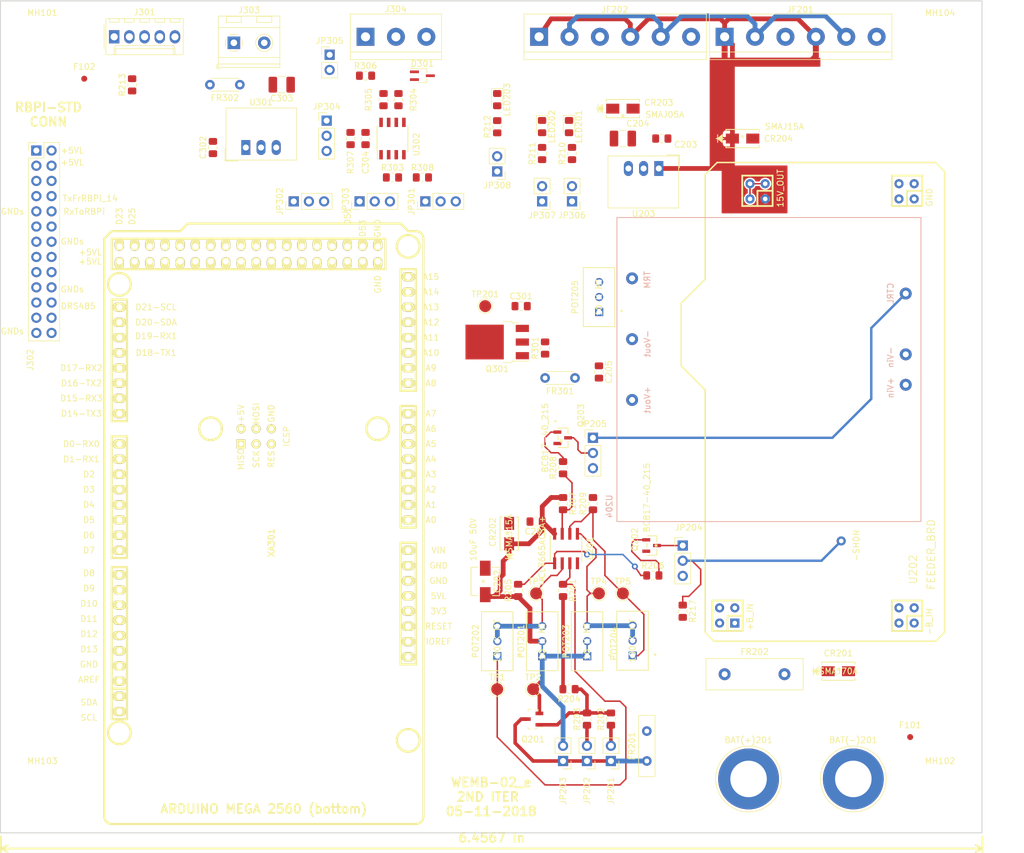
<source format=kicad_pcb>
(kicad_pcb (version 20171130) (host pcbnew "(5.0.0)")
  (title_block (title "WEMB_02f - Inicio Ruteo desde SCHEM") (date 2018-11-06) (company "UNPA+L&R ING / R.OLIVA CESE 2018"))
  (layers (0 F.Cu signal) (31 B.Cu signal) (34 B.Paste user) (35 F.Paste user) (36 B.SilkS user) (37 F.SilkS user) (38 B.Mask user) (39 F.Mask user) (44 Edge.Cuts user))
  (net 0 "")
  (net 1 /Power/BAT+)
  (net 2 Earth)
  (net 3 /Power/V+_Q_EMIT)
  (net 4 +15V)
  (net 5 +5F)
  (net 6 +5VP)
  (net 7 GNDS)
  (net 8 "Net-(C303-Pad1)")
  (net 9 "Net-(C304-Pad1)")
  (net 10 /Power/+B_FEED)
  (net 11 /DataComm/A_OUT)
  (net 12 "Net-(FR201-Pad1)")
  (net 13 "Net-(FR301-Pad2)")
  (net 14 "Net-(FR302-Pad1)")
  (net 15 /DataComm/RESET_4D)
  (net 16 /DataComm/TX1_DISP)
  (net 17 /DataComm/RX1_DISP)
  (net 18 "Net-(J302-Pad1)")
  (net 19 "Net-(J302-Pad3)")
  (net 20 "Net-(J302-Pad5)")
  (net 21 "Net-(J302-Pad6)")
  (net 22 "Net-(J302-Pad7)")
  (net 23 "/DataComm/TX_FROM_RBPI(TX0_14)")
  (net 24 /DataComm/RX_TO_RBPI)
  (net 25 "Net-(J302-Pad11)")
  (net 26 "Net-(J302-Pad12)")
  (net 27 "Net-(J302-Pad13)")
  (net 28 "Net-(J302-Pad15)")
  (net 29 "Net-(J302-Pad16)")
  (net 30 "Net-(J302-Pad17)")
  (net 31 "Net-(J302-Pad18)")
  (net 32 "Net-(J302-Pad19)")
  (net 33 "Net-(J302-Pad21)")
  (net 34 /DataComm/D485_RBPI)
  (net 35 "Net-(J302-Pad23)")
  (net 36 "Net-(J302-Pad24)")
  (net 37 "Net-(J302-Pad26)")
  (net 38 "Net-(JP201-Pad2)")
  (net 39 "Net-(JP202-Pad2)")
  (net 40 "Net-(JP204-Pad1)")
  (net 41 "Net-(JP204-Pad2)")
  (net 42 "Net-(JP205-Pad2)")
  (net 43 "Net-(JP205-Pad1)")
  (net 44 /DataComm/TX2_ARD)
  (net 45 "Net-(JP301-Pad2)")
  (net 46 "Net-(JP302-Pad2)")
  (net 47 /DataComm/RX2_ARD)
  (net 48 /DataComm/DIR_485_ARD)
  (net 49 /DataComm/D_485)
  (net 50 "Net-(JP305-Pad1)")
  (net 51 "Net-(LED201-Pad2)")
  (net 52 "Net-(LED202-Pad2)")
  (net 53 "Net-(LED203-Pad2)")
  (net 54 /Power/HYST1_IN)
  (net 55 /Power/SET1_IN)
  (net 56 /Power/HYST2_IN)
  (net 57 /Power/SET2_IN)
  (net 58 "Net-(POT205-Pad2)")
  (net 59 "Net-(Q201-Pad1)")
  (net 60 "Net-(Q202-Pad1)")
  (net 61 "Net-(Q203-Pad1)")
  (net 62 "Net-(Q301-Pad1)")
  (net 63 /Power/OUT1_SIG)
  (net 64 /Power/OUT2_SIG)
  (net 65 "Net-(R304-Pad2)")
  (net 66 /DataComm/B_OUT)
  (net 67 "Net-(XA301-Pad2)")
  (net 68 "Net-(XA301-Pad3)")
  (net 69 "Net-(XA301-Pad4)")
  (net 70 "Net-(XA301-Pad8)")
  (net 71 "Net-(XA301-Pad9)")
  (net 72 "Net-(XA301-Pad10)")
  (net 73 "Net-(XA301-Pad11)")
  (net 74 "Net-(XA301-Pad12)")
  (net 75 "Net-(XA301-Pad15)")
  (net 76 "Net-(XA301-Pad16)")
  (net 77 "Net-(XA301-Pad17)")
  (net 78 "Net-(XA301-Pad18)")
  (net 79 "Net-(XA301-Pad19)")
  (net 80 "Net-(XA301-Pad20)")
  (net 81 "Net-(XA301-Pad21)")
  (net 82 "Net-(XA301-Pad22)")
  (net 83 "Net-(XA301-Pad23)")
  (net 84 "Net-(XA301-Pad24)")
  (net 85 "Net-(XA301-Pad26)")
  (net 86 "Net-(XA301-Pad27)")
  (net 87 "Net-(XA301-Pad28)")
  (net 88 "Net-(XA301-Pad30)")
  (net 89 "Net-(XA301-Pad31)")
  (net 90 "Net-(XA301-Pad32)")
  (net 91 "Net-(XA301-Pad33)")
  (net 92 "Net-(XA301-Pad34)")
  (net 93 "Net-(XA301-Pad35)")
  (net 94 "Net-(XA301-Pad36)")
  (net 95 "Net-(XA301-Pad37)")
  (net 96 "Net-(XA301-Pad38)")
  (net 97 "Net-(XA301-Pad39)")
  (net 98 "Net-(XA301-Pad40)")
  (net 99 "Net-(XA301-Pad41)")
  (net 100 "Net-(XA301-Pad44)")
  (net 101 "Net-(XA301-Pad45)")
  (net 102 "Net-(XA301-Pad46)")
  (net 103 "Net-(XA301-Pad47)")
  (net 104 "Net-(XA301-Pad48)")
  (net 105 "Net-(XA301-Pad49)")
  (net 106 "Net-(XA301-Pad50)")
  (net 107 "Net-(XA301-Pad51)")
  (net 108 "Net-(XA301-Pad52)")
  (net 109 "Net-(XA301-Pad53)")
  (net 110 "Net-(XA301-Pad54)")
  (net 111 "Net-(XA301-Pad55)")
  (net 112 "Net-(XA301-Pad56)")
  (net 113 "Net-(XA301-Pad57)")
  (net 114 "Net-(XA301-Pad58)")
  (net 115 "Net-(XA301-Pad59)")
  (net 116 "Net-(XA301-Pad61)")
  (net 117 "Net-(XA301-Pad62)")
  (net 118 "Net-(XA301-Pad67)")
  (net 119 "Net-(XA301-Pad68)")
  (net 120 "Net-(XA301-Pad69)")
  (net 121 "Net-(XA301-Pad70)")
  (net 122 "Net-(XA301-Pad71)")
  (net 123 "Net-(XA301-Pad72)")
  (net 124 "Net-(XA301-Pad75)")
  (net 125 "Net-(XA301-Pad76)")
  (net 126 "Net-(XA301-Pad77)")
  (net 127 "Net-(XA301-Pad78)")
  (net 128 "Net-(XA301-Pad79)")
  (net 129 "Net-(XA301-Pad80)")
  (net 130 "Net-(XA301-Pad81)")
  (net 131 "Net-(XA301-Pad82)")
  (net 132 "Net-(XA301-Pad84)")
  (net 133 "Net-(XA301-Pad85)")
  (net 134 "Net-(XA301-Pad86)")
  (net 135 "Net-(XA301-Pad87)")
  (net 136 "Net-(XA301-Pad88)")
  (net 137 "Net-(XA301-Pad89)")
  (net 138 "Net-(XA301-Pad90)")
  (net 139 "Net-(XA301-Pad91)")
  (net 140 "Net-(XA301-Pad92)")
  (net 141 "Net-(XA301-Pad13)")
  (net 142 "Net-(XA301-Pad14)")
  (net 143 "Net-(R213-Pad2)")
  (net 144 +5VL)
  (net 145 "Net-(JP307-Pad2)")
  (net 146 "Net-(JP306-Pad2)")
  (net 147 "Net-(JP308-Pad2)")
  (net 148 "Net-(D301-Pad1)")
  (module TestPoint:TestPoint_Pad_D2.0mm (layer F.Cu) (at 142 72)
    (fp_text reference TP201 (at 0 -1.998) (layer F.SilkS))
    (fp_text value +5VLtp)
    (pad 1 smd circle (at 0 0) (size 2 2) (layers F.Cu F.Mask) (net 144 +5VL))
  )
  (module User2:Global_feeder (layer F.Cu) (at 218.75 128 90)
    (fp_text reference U202 (at 12 -5.25 90) (layer F.SilkS) (effects (font (size 1.27 1.27))))
    (fp_text value FEEDER_BRD (at 14.5 -2.25 90) (layer F.SilkS) (effects (font (size 1.27 1.27))))
    (fp_text user -B_IN (at 3.302 -2.54 90) (layer F.SilkS))
    (fp_text user +B_IN (at 4.064 -32.512 90) (layer F.SilkS))
    (fp_text user -SHDN (at 16 -14.75 90) (layer F.SilkS))
    (fp_text user GND (at 74.168 -2.54 90) (layer F.SilkS))
    (fp_text user 15V_OUT (at 75.692 -27.432 90) (layer F.SilkS))
    (pad 1 thru_hole trapezoid (at 3.048 -35.052 90) (size 1.524 1.524) (drill 0.762) (layers *.Cu *.Mask) (net 10 /Power/+B_FEED))
    (pad 2 thru_hole circle (at 3.048 -5.08 90) (size 1.524 1.524) (drill 0.762) (layers *.Cu *.Mask) (net 2 Earth))
    (pad 3 thru_hole circle (at 16.764 -17.272 90) (size 1.524 1.524) (drill 0.762) (layers *.Cu *.Mask) (net 41 "Net-(JP204-Pad2)"))
    (pad 4 thru_hole circle (at 73.914 -29.972 90) (size 1.524 1.524) (drill 0.762) (layers *.Cu *.Mask) (net 4 +15V))
    (pad 5 thru_hole circle (at 73.914 -5.08 90) (size 1.524 1.524) (drill 0.762) (layers *.Cu *.Mask) (net 2 Earth))
    (pad 6 thru_hole circle (at 3.048 -37.592 90) (size 1.524 1.524) (drill 0.762) (layers *.Cu *.Mask))
    (pad 7 thru_hole circle (at 5.588 -37.592 90) (size 1.524 1.524) (drill 0.762) (layers *.Cu *.Mask))
    (pad 8 thru_hole circle (at 5.588 -35.052 90) (size 1.524 1.524) (drill 0.762) (layers *.Cu *.Mask))
    (pad 9 thru_hole circle (at 3.048 -7.62 90) (size 1.524 1.524) (drill 0.762) (layers *.Cu *.Mask))
    (pad 10 thru_hole circle (at 5.588 -7.62 90) (size 1.524 1.524) (drill 0.762) (layers *.Cu *.Mask))
    (pad 11 thru_hole circle (at 5.588 -5.08 90) (size 1.524 1.524) (drill 0.762) (layers *.Cu *.Mask))
    (pad 12 thru_hole circle (at 73.914 -7.62 90) (size 1.524 1.524) (drill 0.762) (layers *.Cu *.Mask))
    (pad 13 thru_hole circle (at 76.454 -7.62 90) (size 1.524 1.524) (drill 0.762) (layers *.Cu *.Mask))
    (pad 14 thru_hole circle (at 76.454 -5.08 90) (size 1.524 1.524) (drill 0.762) (layers *.Cu *.Mask))
    (pad 15 thru_hole circle (at 73.914 -32.512 90) (size 1.524 1.524) (drill 0.762) (layers *.Cu *.Mask))
    (pad 16 thru_hole circle (at 76.454 -32.512 90) (size 1.524 1.524) (drill 0.762) (layers *.Cu *.Mask))
    (pad 17 thru_hole circle (at 76.454 -29.972 90) (size 1.524 1.524) (drill 0.762) (layers *.Cu *.Mask))
  )
  (module Capacitor_THT:C_Disc_D10.0mm_W2.5mm_P5.00mm (layer F.Cu) (at 169 148 90)
    (fp_text reference FR201 (at 2.5 -2.5 90) (layer F.SilkS))
    (fp_text value "0.25 A")
    (pad 1 thru_hole circle (at 0 0 90) (size 1.6 1.6) (drill 0.8) (layers *.Cu *.Mask) (net 12 "Net-(FR201-Pad1)"))
    (pad 2 thru_hole circle (at 5 0 90) (size 1.6 1.6) (drill 0.8) (layers *.Cu *.Mask) (net 1 /Power/BAT+))
  )
  (module Connector:Banana_Jack_1Pin (layer F.Cu) (at 186 151)
    (fp_text reference "BAT(+)201" (at 0 -6.5) (layer F.SilkS))
    (fp_text value SCREW_TERM8191)
    (pad 1 thru_hole circle (at 0 0) (size 10.16 10.16) (drill 6.1) (layers *.Cu *.Mask) (net 1 /Power/BAT+))
  )
  (module Connector:Banana_Jack_1Pin (layer F.Cu) (at 203.5 151)
    (fp_text reference "BAT(-)201" (at 0 -6.5) (layer F.SilkS))
    (fp_text value SCREW_TERM8191)
    (pad 1 thru_hole circle (at 0 0) (size 10.16 10.16) (drill 6.1) (layers *.Cu *.Mask) (net 2 Earth))
  )
  (module Connector_PinHeader_2.54mm:PinHeader_1x02_P2.54mm_Vertical (layer F.Cu) (at 144 49.5 180)
    (fp_text reference JP308 (at 0 -2.33 180) (layer F.SilkS))
    (fp_text value Jumper_2_Open)
    (pad 1 thru_hole rect (at 0 0 180) (size 1.7 1.7) (drill 1) (layers *.Cu *.Mask) (net 6 +5VP))
    (pad 2 thru_hole oval (at 0 2.54 180) (size 1.7 1.7) (drill 1) (layers *.Cu *.Mask) (net 147 "Net-(JP308-Pad2)"))
  )
  (module Connector_PinHeader_2.54mm:PinHeader_1x02_P2.54mm_Vertical (layer F.Cu) (at 151.5 54.5 180)
    (fp_text reference JP307 (at 0 -2.33 180) (layer F.SilkS))
    (fp_text value Jumper_2_Open)
    (pad 2 thru_hole oval (at 0 2.54 180) (size 1.7 1.7) (drill 1) (layers *.Cu *.Mask) (net 145 "Net-(JP307-Pad2)"))
    (pad 1 thru_hole rect (at 0 0 180) (size 1.7 1.7) (drill 1) (layers *.Cu *.Mask) (net 5 +5F))
  )
  (module Connector_PinHeader_2.54mm:PinHeader_1x02_P2.54mm_Vertical (layer F.Cu) (at 156.5 54.5 180)
    (fp_text reference JP306 (at 0 -2.33 180) (layer F.SilkS))
    (fp_text value Jumper_2_Open)
    (pad 1 thru_hole rect (at 0 0 180) (size 1.7 1.7) (drill 1) (layers *.Cu *.Mask) (net 4 +15V))
    (pad 2 thru_hole oval (at 0 2.54 180) (size 1.7 1.7) (drill 1) (layers *.Cu *.Mask) (net 146 "Net-(JP306-Pad2)"))
  )
  (module Fiducial:Fiducial_1mm_Dia_2mm_Outer (layer F.Cu) (at 75 34)
    (fp_text reference F102 (at 0 -2) (layer F.SilkS))
    (fp_text value Fiducial)
    (pad ~ smd circle (at 0 0) (size 1 1) (layers F.Cu F.Mask) (clearance 0.5))
  )
  (module Fiducial:Fiducial_1mm_Dia_2mm_Outer (layer F.Cu) (at 213 144)
    (fp_text reference F101 (at 0 -2) (layer F.SilkS))
    (fp_text value Fiducial)
    (pad ~ smd circle (at 0 0) (size 1 1) (layers F.Cu F.Mask) (clearance 0.5))
  )
  (module MountingHole:MountingHole_4mm (layer F.Cu) (at 218 153)
    (fp_text reference MH102 (at 0 -5) (layer F.SilkS))
    (fp_text value MH4mm)
    (pad 1 np_thru_hole circle (at 0 0) (size 4 4) (drill 4) (layers *.Cu *.Mask))
  )
  (module MountingHole:MountingHole_4mm (layer F.Cu) (at 218 28)
    (fp_text reference MH104 (at 0 -5) (layer F.SilkS))
    (fp_text value MH4mm)
    (pad 1 np_thru_hole circle (at 0 0) (size 4 4) (drill 4) (layers *.Cu *.Mask))
  )
  (module MountingHole:MountingHole_4mm (layer F.Cu) (at 68 153)
    (fp_text reference MH103 (at 0 -5) (layer F.SilkS))
    (fp_text value MH4mm)
    (pad 1 np_thru_hole circle (at 0 0) (size 4 4) (drill 4) (layers *.Cu *.Mask))
  )
  (module MountingHole:MountingHole_4mm (layer F.Cu) (at 68 28)
    (fp_text reference MH101 (at 0 -5) (layer F.SilkS))
    (fp_text value MH4mm)
    (pad 1 np_thru_hole circle (at 0 0) (size 4 4) (drill 4) (layers *.Cu *.Mask))
  )
  (module TestPoint:TestPoint_Pad_D2.0mm (layer F.Cu) (at 144 136)
    (fp_text reference TP1 (at 0 -1.998) (layer F.SilkS))
    (fp_text value TP1)
    (pad 1 smd circle (at 0 0) (size 2 2) (layers F.Cu F.Mask) (net 55 /Power/SET1_IN))
  )
  (module TestPoint:TestPoint_Pad_D2.0mm (layer F.Cu) (at 150 136)
    (fp_text reference TP2 (at 0 -1.998) (layer F.SilkS))
    (fp_text value TP2)
    (pad 1 smd circle (at 0 0) (size 2 2) (layers F.Cu F.Mask) (net 3 /Power/V+_Q_EMIT))
  )
  (module TestPoint:TestPoint_Pad_D2.0mm (layer F.Cu) (at 150.5 120)
    (fp_text reference TP3 (at 0 -1.998) (layer F.SilkS))
    (fp_text value TP2)
    (pad 1 smd circle (at 0 0) (size 2 2) (layers F.Cu F.Mask) (net 54 /Power/HYST1_IN))
  )
  (module TestPoint:TestPoint_Pad_D2.0mm (layer F.Cu) (at 161 120)
    (fp_text reference TP4 (at 0 -1.998) (layer F.SilkS))
    (fp_text value TP2)
    (pad 1 smd circle (at 0 0) (size 2 2) (layers F.Cu F.Mask) (net 56 /Power/HYST2_IN))
  )
  (module TestPoint:TestPoint_Pad_D2.0mm (layer F.Cu) (at 165 120)
    (fp_text reference TP5 (at 0 -1.998) (layer F.SilkS))
    (fp_text value TP2)
    (pad 1 smd circle (at 0 0) (size 2 2) (layers F.Cu F.Mask) (net 57 /Power/SET2_IN))
  )
  (module Resistor_SMD:R_0805_2012Metric_Pad1.15x1.40mm_HandSolder (layer F.Cu) (at 83 35.025 90)
    (fp_text reference R213 (at 0 -1.65 90) (layer F.SilkS))
    (fp_text value 1K)
    (pad 1 smd roundrect (at -1.025 0 90) (size 1.15 1.4) (layers F.Cu F.Paste F.Mask) (roundrect_rratio 0.217391) (net 15 /DataComm/RESET_4D))
    (pad 2 smd roundrect (at 1.025 0 90) (size 1.15 1.4) (layers F.Cu F.Paste F.Mask) (roundrect_rratio 0.217391) (net 143 "Net-(R213-Pad2)"))
  )
  (module PowerMod:POWER_SDM1b (layer B.Cu) (at 164 108 90)
    (fp_text reference U204 (at 2.54 -1.27 90) (layer B.SilkS) (effects (justify mirror)))
    (fp_text value SDM30-125S)
    (fp_text user +Vin (at 22.352 45.72 90) (layer B.SilkS) (effects (justify mirror)))
    (fp_text user -Vin (at 27.432 45.72 90) (layer B.SilkS) (effects (justify mirror)))
    (fp_text user CTRL (at 38.1 45.72 90) (layer B.SilkS) (effects (justify mirror)))
    (fp_text user +Vout (at 20.32 5.08 90) (layer B.SilkS) (effects (justify mirror)))
    (fp_text user -Vout (at 29.718 5.08 90) (layer B.SilkS) (effects (justify mirror)))
    (fp_text user TRM (at 40.386 5.08 90) (layer B.SilkS) (effects (justify mirror)))
    (pad 4 thru_hole circle (at 38.1 48.26 90) (size 2 2) (drill 1) (layers *.Cu *.Mask) (net 43 "Net-(JP205-Pad1)"))
    (pad 1 thru_hole circle (at 22.86 48.26 90) (size 2 2) (drill 1) (layers *.Cu *.Mask) (net 4 +15V))
    (pad 2 thru_hole circle (at 27.94 48.26 90) (size 2 2) (drill 1) (layers *.Cu *.Mask) (net 2 Earth))
    (pad 7 thru_hole circle (at 30.48 2.54 90) (size 2 2) (drill 1) (layers *.Cu *.Mask) (net 7 GNDS))
    (pad 6 thru_hole circle (at 20.32 2.54 90) (size 2 2) (drill 1) (layers *.Cu *.Mask) (net 6 +5VP))
    (pad 8 thru_hole circle (at 40.64 2.54 90) (size 2 2) (drill 1) (layers *.Cu *.Mask) (net 58 "Net-(POT205-Pad2)"))
  )
  (module User:arduino_mega_header (layer F.Cu) (at 105 109 90)
    (fp_text reference XA301 (at -2.54 1.27 90) (layer F.SilkS) (effects (font (size 1.016 1.016) (thickness 0.2032))))
    (fp_text value Arduino_Mega2560_Shield hide)
    (fp_text user "" (at -1.27 -1.27 90) (layer F.SilkS))
    (fp_text user IOREF (at -19.05 29.21 180) (layer F.SilkS))
    (fp_text user RESET (at -16.51 29.21 180) (layer F.SilkS))
    (fp_text user 3V3 (at -13.97 29.21 180) (layer F.SilkS))
    (fp_text user GND (at -8.89 29.21 180) (layer F.SilkS))
    (fp_text user 5VL (at -11.43 29.21 180) (layer F.SilkS))
    (fp_text user GND (at -6.35 29.21 180) (layer F.SilkS))
    (fp_text user VIN (at -3.81 29.21 180) (layer F.SilkS))
    (fp_text user A0 (at 1.27 27.94 180) (layer F.SilkS))
    (fp_text user A1 (at 3.81 27.94 180) (layer F.SilkS))
    (fp_text user A2 (at 6.35 27.94 180) (layer F.SilkS))
    (fp_text user A3 (at 8.89 27.94 180) (layer F.SilkS))
    (fp_text user A4 (at 11.43 27.94 180) (layer F.SilkS))
    (fp_text user A5 (at 13.97 27.94 180) (layer F.SilkS))
    (fp_text user A6 (at 16.51 27.94 180) (layer F.SilkS))
    (fp_text user A7 (at 19.05 27.94 180) (layer F.SilkS))
    (fp_text user A8 (at 24.13 27.94 180) (layer F.SilkS))
    (fp_text user A9 (at 26.67 27.94 180) (layer F.SilkS))
    (fp_text user A10 (at 29.21 27.94 180) (layer F.SilkS))
    (fp_text user A11 (at 31.75 27.94 180) (layer F.SilkS))
    (fp_text user A12 (at 34.29 27.94 180) (layer F.SilkS))
    (fp_text user A13 (at 36.83 27.94 180) (layer F.SilkS))
    (fp_text user A14 (at 39.37 27.94 180) (layer F.SilkS))
    (fp_text user A15 (at 41.91 27.94 180) (layer F.SilkS))
    (fp_text user SCL (at -31.75 -29.21 180) (layer F.SilkS))
    (fp_text user SDA (at -29.21 -29.21 180) (layer F.SilkS))
    (fp_text user AREF (at -25.4 -29.21 180) (layer F.SilkS))
    (fp_text user GND (at -22.86 -29.21 180) (layer F.SilkS))
    (fp_text user D13 (at -20.32 -29.21 180) (layer F.SilkS))
    (fp_text user D12 (at -17.78 -29.21 180) (layer F.SilkS))
    (fp_text user D11 (at -15.24 -29.21 180) (layer F.SilkS))
    (fp_text user D10 (at -12.7 -29.21 180) (layer F.SilkS))
    (fp_text user D9 (at -10.16 -29.21 180) (layer F.SilkS))
    (fp_text user D8 (at -7.62 -29.21 180) (layer F.SilkS))
    (fp_text user D7 (at -3.81 -29.21 180) (layer F.SilkS))
    (fp_text user D6 (at -1.27 -29.21 180) (layer F.SilkS))
    (fp_text user D5 (at 1.27 -29.21 180) (layer F.SilkS))
    (fp_text user D4 (at 3.81 -29.21 180) (layer F.SilkS))
    (fp_text user D3 (at 6.35 -29.21 180) (layer F.SilkS))
    (fp_text user D2 (at 8.89 -29.21 180) (layer F.SilkS))
    (fp_text user D1-RX1 (at 11.43 -30.48 180) (layer F.SilkS))
    (fp_text user D0-RX0 (at 13.97 -30.48 180) (layer F.SilkS))
    (fp_text user D14-TX3 (at 19.05 -30.48 180) (layer F.SilkS))
    (fp_text user D15-RX3 (at 21.59 -30.48 180) (layer F.SilkS))
    (fp_text user D16-TX2 (at 24.13 -30.48 180) (layer F.SilkS))
    (fp_text user D17-RX2 (at 26.67 -30.48 180) (layer F.SilkS))
    (fp_text user D18-TX1 (at 29.21 -18 180) (layer F.SilkS))
    (fp_text user D19-RX1 (at 32 -18 180) (layer F.SilkS))
    (fp_text user D20-SDA (at 34.29 -18 180) (layer F.SilkS))
    (fp_text user D21-SCL (at 36.83 -18 180) (layer F.SilkS))
    (fp_text user +5VL (at 44.45 -29 180) (layer F.SilkS))
    (fp_text user +5VL (at 46 -29 180) (layer F.SilkS))
    (fp_text user D23 (at 52 -24.13 270) (layer F.SilkS))
    (fp_text user D25 (at 52 -22 270) (layer F.SilkS))
    (fp_text user D51 (at 52 14 270) (layer F.SilkS))
    (fp_text user D53 (at 50 16.51 270) (layer F.SilkS))
    (fp_text user GND (at 50 19 270) (layer F.SilkS))
    (fp_text user GND (at 40.64 19.05 270) (layer F.SilkS))
    (fp_text user +5V (at 19.05 -3.81 270) (layer F.SilkS))
    (fp_text user GND (at 19.05 1.27 270) (layer F.SilkS))
    (fp_text user MISO (at 11.43 -3.81 270) (layer F.SilkS))
    (fp_text user SCK (at 11.43 -1.27 270) (layer F.SilkS))
    (fp_text user RES (at 11.43 1.27 270) (layer F.SilkS))
    (fp_text user MOSI (at 19.05 -1.27 270) (layer F.SilkS))
    (fp_text user ICSP (at 15.24 3.81 270) (layer F.SilkS))
    (pad 1 thru_hole oval (at -21.59 24.13 90) (size 1.524 2.19964) (drill 1.00076) (layers *.Cu *.Mask F.SilkS))
    (pad 2 thru_hole oval (at -19.05 24.13 90) (size 1.524 2.19964) (drill 1.00076) (layers *.Cu *.Mask F.SilkS) (net 67 "Net-(XA301-Pad2)"))
    (pad 3 thru_hole oval (at -16.51 24.13 90) (size 1.524 2.19964) (drill 1.00076) (layers *.Cu *.Mask F.SilkS) (net 68 "Net-(XA301-Pad3)"))
    (pad 4 thru_hole oval (at -13.97 24.13 90) (size 1.524 2.19964) (drill 1.00076) (layers *.Cu *.Mask F.SilkS) (net 69 "Net-(XA301-Pad4)"))
    (pad 5 thru_hole oval (at -11.43 24.13 90) (size 1.524 2.19964) (drill 1.00076) (layers *.Cu *.Mask F.SilkS) (net 144 +5VL))
    (pad 6 thru_hole oval (at -8.89 24.13 90) (size 1.524 2.19964) (drill 1.00076) (layers *.Cu *.Mask F.SilkS) (net 7 GNDS))
    (pad 7 thru_hole oval (at -6.35 24.13 90) (size 1.524 2.19964) (drill 1.00076) (layers *.Cu *.Mask F.SilkS) (net 7 GNDS))
    (pad 8 thru_hole oval (at -3.81 24.13 90) (size 1.524 2.19964) (drill 1.00076) (layers *.Cu *.Mask F.SilkS) (net 70 "Net-(XA301-Pad8)"))
    (pad 9 thru_hole oval (at 1.27 24.13 90) (size 1.524 2.19964) (drill 1.00076) (layers *.Cu *.Mask F.SilkS) (net 71 "Net-(XA301-Pad9)"))
    (pad 10 thru_hole oval (at 3.81 24.13 90) (size 1.524 2.19964) (drill 1.00076) (layers *.Cu *.Mask F.SilkS) (net 72 "Net-(XA301-Pad10)"))
    (pad 11 thru_hole oval (at 6.35 24.13 90) (size 1.524 2.19964) (drill 1.00076) (layers *.Cu *.Mask F.SilkS) (net 73 "Net-(XA301-Pad11)"))
    (pad 12 thru_hole oval (at 8.89 24.13 90) (size 1.524 2.19964) (drill 1.00076) (layers *.Cu *.Mask F.SilkS) (net 74 "Net-(XA301-Pad12)"))
    (pad 13 thru_hole oval (at 11.43 24.13 90) (size 1.524 2.19964) (drill 1.00076) (layers *.Cu *.Mask F.SilkS) (net 141 "Net-(XA301-Pad13)"))
    (pad 14 thru_hole oval (at 13.97 24.13 90) (size 1.524 2.19964) (drill 1.00076) (layers *.Cu *.Mask F.SilkS) (net 142 "Net-(XA301-Pad14)"))
    (pad 15 thru_hole oval (at 16.51 24.13 90) (size 1.524 2.19964) (drill 1.00076) (layers *.Cu *.Mask F.SilkS) (net 75 "Net-(XA301-Pad15)"))
    (pad 16 thru_hole oval (at 19.05 24.13 90) (size 1.524 2.19964) (drill 1.00076) (layers *.Cu *.Mask F.SilkS) (net 76 "Net-(XA301-Pad16)"))
    (pad 17 thru_hole oval (at 24.13 24.13 90) (size 1.524 2.19964) (drill 1.00076) (layers *.Cu *.Mask F.SilkS) (net 77 "Net-(XA301-Pad17)"))
    (pad 18 thru_hole oval (at 26.67 24.13 90) (size 1.524 2.19964) (drill 1.00076) (layers *.Cu *.Mask F.SilkS) (net 78 "Net-(XA301-Pad18)"))
    (pad 19 thru_hole oval (at 29.21 24.13 90) (size 1.524 2.19964) (drill 1.00076) (layers *.Cu *.Mask F.SilkS) (net 79 "Net-(XA301-Pad19)"))
    (pad 20 thru_hole oval (at 31.75 24.13 90) (size 1.524 2.1971) (drill 1.00076) (layers *.Cu *.Mask F.SilkS) (net 80 "Net-(XA301-Pad20)"))
    (pad 21 thru_hole oval (at 34.29 24.13 90) (size 1.524 2.1971) (drill 1.00076) (layers *.Cu *.Mask F.SilkS) (net 81 "Net-(XA301-Pad21)"))
    (pad 22 thru_hole oval (at 36.83 24.13 90) (size 1.524 2.1971) (drill 1.00076) (layers *.Cu *.Mask F.SilkS) (net 82 "Net-(XA301-Pad22)"))
    (pad 23 thru_hole oval (at 39.37 24.13 90) (size 1.524 2.1971) (drill 1.00076) (layers *.Cu *.Mask F.SilkS) (net 83 "Net-(XA301-Pad23)"))
    (pad 24 thru_hole oval (at 41.91 24.13 90) (size 1.524 2.1971) (drill 1.00076) (layers *.Cu *.Mask F.SilkS) (net 84 "Net-(XA301-Pad24)"))
    (pad "" np_thru_hole circle (at -35.56 24.13 90) (size 3.19786 3.19786) (drill 3.19786) (layers *.Cu *.Mask F.SilkS))
    (pad "" np_thru_hole circle (at 16.51 19.05 90) (size 3.19786 3.19786) (drill 3.19786) (layers *.Cu *.Mask F.SilkS))
    (pad "" np_thru_hole circle (at 46.99 24.13 90) (size 3.19786 3.19786) (drill 3.19786) (layers *.Cu *.Mask F.SilkS))
    (pad 25 thru_hole oval (at 44.45 19.05 90) (size 1.99898 1.53924) (drill 1.00076 (offset -0.24892 0)) (layers *.Cu *.Mask F.SilkS) (net 7 GNDS))
    (pad 26 thru_hole oval (at 44.45 16.51 90) (size 1.99898 1.53924) (drill 1.00076 (offset -0.24892 0)) (layers *.Cu *.Mask F.SilkS) (net 85 "Net-(XA301-Pad26)"))
    (pad 27 thru_hole oval (at 44.45 13.97 90) (size 1.99898 1.53924) (drill 1.00076 (offset -0.24892 0)) (layers *.Cu *.Mask F.SilkS) (net 86 "Net-(XA301-Pad27)"))
    (pad 28 thru_hole oval (at 44.45 11.43 90) (size 1.99898 1.53924) (drill 1.00076 (offset -0.24892 0)) (layers *.Cu *.Mask F.SilkS) (net 87 "Net-(XA301-Pad28)"))
    (pad 29 thru_hole oval (at 44.45 8.89 90) (size 1.99898 1.53924) (drill 1.00076 (offset -0.24892 0)) (layers *.Cu *.Mask F.SilkS))
    (pad 30 thru_hole oval (at 44.45 6.35 90) (size 1.99898 1.53924) (drill 1.00076 (offset -0.24892 0)) (layers *.Cu *.Mask F.SilkS) (net 88 "Net-(XA301-Pad30)"))
    (pad 31 thru_hole oval (at 44.45 3.81 90) (size 1.99898 1.53924) (drill 1.00076 (offset -0.24892 0)) (layers *.Cu *.Mask F.SilkS) (net 89 "Net-(XA301-Pad31)"))
    (pad 32 thru_hole oval (at 44.45 1.27 90) (size 1.99898 1.53924) (drill 1.00076 (offset -0.24892 0)) (layers *.Cu *.Mask F.SilkS) (net 90 "Net-(XA301-Pad32)"))
    (pad 33 thru_hole oval (at 44.45 -1.27 90) (size 1.99898 1.53924) (drill 1.00076 (offset -0.24892 0)) (layers *.Cu *.Mask F.SilkS) (net 91 "Net-(XA301-Pad33)"))
    (pad 34 thru_hole oval (at 44.45 -3.81 90) (size 1.99898 1.53924) (drill 1.00076 (offset -0.24892 0)) (layers *.Cu *.Mask F.SilkS) (net 92 "Net-(XA301-Pad34)"))
    (pad 35 thru_hole oval (at 44.45 -6.35 90) (size 1.99898 1.53924) (drill 1.00076 (offset -0.24892 0)) (layers *.Cu *.Mask F.SilkS) (net 93 "Net-(XA301-Pad35)"))
    (pad 36 thru_hole oval (at 44.45 -8.89 90) (size 1.99898 1.53924) (drill 1.00076 (offset -0.24892 0)) (layers *.Cu *.Mask F.SilkS) (net 94 "Net-(XA301-Pad36)"))
    (pad 37 thru_hole oval (at 44.45 -11.43 90) (size 1.99898 1.53924) (drill 1.00076 (offset -0.24892 0)) (layers *.Cu *.Mask F.SilkS) (net 95 "Net-(XA301-Pad37)"))
    (pad 38 thru_hole oval (at 44.45 -13.97 90) (size 1.99898 1.53924) (drill 1.00076 (offset -0.24892 0)) (layers *.Cu *.Mask F.SilkS) (net 96 "Net-(XA301-Pad38)"))
    (pad 39 thru_hole oval (at 44.45 -16.51 90) (size 1.99898 1.53924) (drill 1.00076 (offset -0.24892 0)) (layers *.Cu *.Mask F.SilkS) (net 97 "Net-(XA301-Pad39)"))
    (pad 40 thru_hole oval (at 44.45 -19.05 90) (size 1.99898 1.53924) (drill 1.00076 (offset -0.24892 0)) (layers *.Cu *.Mask F.SilkS) (net 98 "Net-(XA301-Pad40)"))
    (pad 41 thru_hole oval (at 44.45 -21.59 90) (size 1.99898 1.53924) (drill 1.00076 (offset -0.24892 0)) (layers *.Cu *.Mask F.SilkS) (net 99 "Net-(XA301-Pad41)"))
    (pad 42 thru_hole oval (at 44.45 -24.13 90) (size 1.99898 1.53924) (drill 1.00076 (offset -0.24892 0)) (layers *.Cu *.Mask F.SilkS) (net 144 +5VL))
    (pad 43 thru_hole oval (at 46.99 19.05 90) (size 1.99898 1.5367) (drill 1.00076 (offset 0.24638 0)) (layers *.Cu *.Mask F.SilkS) (net 7 GNDS))
    (pad 44 thru_hole oval (at 46.99 16.51 90) (size 1.99898 1.5367) (drill 1.00076 (offset 0.24638 0)) (layers *.Cu *.Mask F.SilkS) (net 100 "Net-(XA301-Pad44)"))
    (pad 45 thru_hole oval (at 46.99 13.97 90) (size 1.99898 1.5367) (drill 1.00076 (offset 0.24638 0)) (layers *.Cu *.Mask F.SilkS) (net 101 "Net-(XA301-Pad45)"))
    (pad 46 thru_hole oval (at 46.99 11.43 90) (size 1.99898 1.5367) (drill 1.00076 (offset 0.24638 0)) (layers *.Cu *.Mask F.SilkS) (net 102 "Net-(XA301-Pad46)"))
    (pad 47 thru_hole oval (at 46.99 8.89 90) (size 1.99898 1.5367) (drill 1.00076 (offset 0.24638 0)) (layers *.Cu *.Mask F.SilkS) (net 103 "Net-(XA301-Pad47)"))
    (pad 48 thru_hole oval (at 46.99 6.35 90) (size 1.99898 1.5367) (drill 1.00076 (offset 0.24638 0)) (layers *.Cu *.Mask F.SilkS) (net 104 "Net-(XA301-Pad48)"))
    (pad 49 thru_hole oval (at 46.99 3.81 90) (size 1.99898 1.5367) (drill 1.00076 (offset 0.24638 0)) (layers *.Cu *.Mask F.SilkS) (net 105 "Net-(XA301-Pad49)"))
    (pad 50 thru_hole oval (at 46.99 1.27 90) (size 1.99898 1.5367) (drill 1.00076 (offset 0.24638 0)) (layers *.Cu *.Mask F.SilkS) (net 106 "Net-(XA301-Pad50)"))
    (pad 51 thru_hole oval (at 46.99 -1.27 90) (size 1.99898 1.5367) (drill 1.00076 (offset 0.24638 0)) (layers *.Cu *.Mask F.SilkS) (net 107 "Net-(XA301-Pad51)"))
    (pad 52 thru_hole oval (at 46.99 -3.81 90) (size 1.99898 1.5367) (drill 1.00076 (offset 0.24638 0)) (layers *.Cu *.Mask F.SilkS) (net 108 "Net-(XA301-Pad52)"))
    (pad 53 thru_hole oval (at 46.99 -6.35 90) (size 1.99898 1.5367) (drill 1.00076 (offset 0.24638 0)) (layers *.Cu *.Mask F.SilkS) (net 109 "Net-(XA301-Pad53)"))
    (pad 54 thru_hole oval (at 46.99 -8.89 90) (size 1.99898 1.5367) (drill 1.00076 (offset 0.24638 0)) (layers *.Cu *.Mask F.SilkS) (net 110 "Net-(XA301-Pad54)"))
    (pad 55 thru_hole oval (at 46.99 -11.43 90) (size 1.99898 1.5367) (drill 1.00076 (offset 0.24638 0)) (layers *.Cu *.Mask F.SilkS) (net 111 "Net-(XA301-Pad55)"))
    (pad 56 thru_hole oval (at 46.99 -13.97 90) (size 1.99898 1.5367) (drill 1.00076 (offset 0.24638 0)) (layers *.Cu *.Mask F.SilkS) (net 112 "Net-(XA301-Pad56)"))
    (pad 57 thru_hole oval (at 46.99 -16.51 90) (size 1.99898 1.5367) (drill 1.00076 (offset 0.24638 0)) (layers *.Cu *.Mask F.SilkS) (net 113 "Net-(XA301-Pad57)"))
    (pad 58 thru_hole oval (at 46.99 -19.05 90) (size 1.99898 1.5367) (drill 1.00076 (offset 0.24638 0)) (layers *.Cu *.Mask F.SilkS) (net 114 "Net-(XA301-Pad58)"))
    (pad 59 thru_hole oval (at 46.99 -21.59 90) (size 1.99898 1.5367) (drill 1.00076 (offset 0.24638 0)) (layers *.Cu *.Mask F.SilkS) (net 115 "Net-(XA301-Pad59)"))
    (pad 60 thru_hole oval (at 46.99 -24.13 90) (size 1.99898 1.5367) (drill 1.00076 (offset 0.24638 0)) (layers *.Cu *.Mask F.SilkS) (net 144 +5VL))
    (pad 61 thru_hole oval (at 36.83 -24.13 90) (size 1.524 2.1971) (drill 1.00076) (layers *.Cu *.Mask F.SilkS) (net 116 "Net-(XA301-Pad61)"))
    (pad 62 thru_hole oval (at 34.29 -24.13 90) (size 1.524 2.1971) (drill 1.00076) (layers *.Cu *.Mask F.SilkS) (net 117 "Net-(XA301-Pad62)"))
    (pad 63 thru_hole oval (at 31.75 -24.13 90) (size 1.524 2.1971) (drill 1.00076) (layers *.Cu *.Mask F.SilkS) (net 17 /DataComm/RX1_DISP))
    (pad 64 thru_hole oval (at 29.21 -24.13 90) (size 1.524 2.1971) (drill 1.00076) (layers *.Cu *.Mask F.SilkS) (net 16 /DataComm/TX1_DISP))
    (pad 65 thru_hole oval (at 26.67 -24.13 90) (size 1.524 2.1971) (drill 1.00076) (layers *.Cu *.Mask F.SilkS) (net 47 /DataComm/RX2_ARD))
    (pad 66 thru_hole oval (at 24.13 -24.13 90) (size 1.524 2.1971) (drill 1.00076) (layers *.Cu *.Mask F.SilkS) (net 44 /DataComm/TX2_ARD))
    (pad 67 thru_hole oval (at 21.59 -24.13 90) (size 1.524 2.1971) (drill 1.00076) (layers *.Cu *.Mask F.SilkS) (net 118 "Net-(XA301-Pad67)"))
    (pad 68 thru_hole oval (at 19.05 -24.13 90) (size 1.524 2.1971) (drill 1.00076) (layers *.Cu *.Mask F.SilkS) (net 119 "Net-(XA301-Pad68)"))
    (pad 69 thru_hole oval (at 13.97 -24.13 90) (size 1.524 2.1971) (drill 1.00076) (layers *.Cu *.Mask F.SilkS) (net 120 "Net-(XA301-Pad69)"))
    (pad 70 thru_hole oval (at 11.43 -24.13 90) (size 1.524 2.1971) (drill 1.00076) (layers *.Cu *.Mask F.SilkS) (net 121 "Net-(XA301-Pad70)"))
    (pad 71 thru_hole oval (at 8.89 -24.13 90) (size 1.524 2.1971) (drill 1.00076) (layers *.Cu *.Mask F.SilkS) (net 122 "Net-(XA301-Pad71)"))
    (pad 72 thru_hole oval (at 6.35 -24.13 90) (size 1.524 2.1971) (drill 1.00076) (layers *.Cu *.Mask F.SilkS) (net 123 "Net-(XA301-Pad72)"))
    (pad 73 thru_hole oval (at 3.81 -24.13 90) (size 1.524 2.1971) (drill 1.00076) (layers *.Cu *.Mask F.SilkS) (net 48 /DataComm/DIR_485_ARD))
    (pad 74 thru_hole oval (at 1.27 -24.13 90) (size 1.524 2.1971) (drill 1.00076) (layers *.Cu *.Mask F.SilkS) (net 143 "Net-(R213-Pad2)"))
    (pad 75 thru_hole oval (at -1.27 -24.13 90) (size 1.524 2.1971) (drill 1.00076) (layers *.Cu *.Mask F.SilkS) (net 124 "Net-(XA301-Pad75)"))
    (pad 76 thru_hole oval (at -3.81 -24.13 90) (size 1.524 2.1971) (drill 1.00076) (layers *.Cu *.Mask F.SilkS) (net 125 "Net-(XA301-Pad76)"))
    (pad 77 thru_hole oval (at -7.874 -24.13 90) (size 1.524 2.1971) (drill 1.00076) (layers *.Cu *.Mask F.SilkS) (net 126 "Net-(XA301-Pad77)"))
    (pad 78 thru_hole oval (at -10.414 -24.13 90) (size 1.524 2.1971) (drill 1.00076) (layers *.Cu *.Mask F.SilkS) (net 127 "Net-(XA301-Pad78)"))
    (pad 79 thru_hole oval (at -12.954 -24.13 90) (size 1.524 2.1971) (drill 1.00076) (layers *.Cu *.Mask F.SilkS) (net 128 "Net-(XA301-Pad79)"))
    (pad 80 thru_hole oval (at -15.494 -24.13 90) (size 1.524 2.1971) (drill 1.00076) (layers *.Cu *.Mask F.SilkS) (net 129 "Net-(XA301-Pad80)"))
    (pad 81 thru_hole oval (at -18.034 -24.13 90) (size 1.524 2.1971) (drill 1.00076) (layers *.Cu *.Mask F.SilkS) (net 130 "Net-(XA301-Pad81)"))
    (pad 82 thru_hole oval (at -20.574 -24.13 90) (size 1.524 2.1971) (drill 1.00076) (layers *.Cu *.Mask F.SilkS) (net 131 "Net-(XA301-Pad82)"))
    (pad 83 thru_hole oval (at -23.114 -24.13 90) (size 1.524 2.1971) (drill 1.00076) (layers *.Cu *.Mask F.SilkS) (net 7 GNDS))
    (pad 84 thru_hole oval (at -25.654 -24.13 90) (size 1.524 2.1971) (drill 1.00076) (layers *.Cu *.Mask F.SilkS) (net 132 "Net-(XA301-Pad84)"))
    (pad "" np_thru_hole circle (at 40.64 -24.13 90) (size 3.19786 3.19786) (drill 3.19786) (layers *.Cu *.Mask F.SilkS))
    (pad "" np_thru_hole circle (at -34.29 -24.13 90) (size 3.19786 3.19786) (drill 3.19786) (layers *.Cu *.Mask F.SilkS))
    (pad 85 thru_hole oval (at -28.194 -24.13 90) (size 1.524 2.1971) (drill 1.00076) (layers *.Cu *.Mask F.SilkS) (net 133 "Net-(XA301-Pad85)"))
    (pad 86 thru_hole oval (at -30.734 -24.13 90) (size 1.524 2.1971) (drill 1.00076) (layers *.Cu *.Mask F.SilkS) (net 134 "Net-(XA301-Pad86)"))
    (pad "" np_thru_hole circle (at 16.51 -8.89 90) (size 3.19786 3.19786) (drill 3.19786) (layers *.Cu *.Mask F.SilkS))
    (pad 87 thru_hole rect (at 13.97 -3.81 90) (size 1.524 1.524) (drill 0.762) (layers *.Cu *.Mask F.SilkS) (net 135 "Net-(XA301-Pad87)"))
    (pad 88 thru_hole circle (at 16.51 -3.81 90) (size 1.524 1.524) (drill 0.762) (layers *.Cu *.Mask F.SilkS) (net 136 "Net-(XA301-Pad88)"))
    (pad 89 thru_hole circle (at 13.97 -1.27 90) (size 1.524 1.524) (drill 0.762) (layers *.Cu *.Mask F.SilkS) (net 137 "Net-(XA301-Pad89)"))
    (pad 90 thru_hole circle (at 16.51 -1.27 90) (size 1.524 1.524) (drill 0.762) (layers *.Cu *.Mask F.SilkS) (net 138 "Net-(XA301-Pad90)"))
    (pad 91 thru_hole circle (at 13.97 1.27 90) (size 1.524 1.524) (drill 0.762) (layers *.Cu *.Mask F.SilkS) (net 139 "Net-(XA301-Pad91)"))
    (pad 92 thru_hole circle (at 16.51 1.27 90) (size 1.524 1.524) (drill 0.762) (layers *.Cu *.Mask F.SilkS) (net 140 "Net-(XA301-Pad92)"))
  )
  (module Capacitor_SMD:C_0805_2012Metric_Pad1.15x1.40mm_HandSolder (layer F.Cu) (at 150.5 108 180)
    (fp_text reference C201 (at 0 -1.65 180) (layer F.SilkS))
    (fp_text value "0.1uF 50V")
    (pad 1 smd roundrect (at -1.025 0 180) (size 1.15 1.4) (layers F.Cu F.Paste F.Mask) (roundrect_rratio 0.217391) (net 3 /Power/V+_Q_EMIT))
    (pad 2 smd roundrect (at 1.025 0 180) (size 1.15 1.4) (layers F.Cu F.Paste F.Mask) (roundrect_rratio 0.217391) (net 2 Earth))
  )
  (module Cp1footprints:EEE-1EA100WR (layer F.Cu) (at 142 118 90)
    (fp_text reference C202 (at 0 2 90) (layer F.SilkS))
    (fp_text value "10uF 50V" (at 7 -2 90) (layer F.SilkS))
    (fp_text user * (at 0 0 90) (layer F.SilkS))
    (pad 1 smd rect (at -2.2098 0 90) (size 2.5146 1.778) (layers F.Cu F.Paste F.Mask) (net 3 /Power/V+_Q_EMIT))
    (pad 2 smd rect (at 2.2098 0 90) (size 2.5146 1.778) (layers F.Cu F.Paste F.Mask) (net 2 Earth))
  )
  (module Capacitor_SMD:C_0805_2012Metric_Pad1.15x1.40mm_HandSolder (layer F.Cu) (at 171.5 44 180)
    (fp_text reference C203 (at -4 -1 180) (layer F.SilkS))
    (fp_text value "0.1uF 50V MLCC")
    (pad 1 smd roundrect (at -1.025 0 180) (size 1.15 1.4) (layers F.Cu F.Paste F.Mask) (roundrect_rratio 0.217391) (net 4 +15V))
    (pad 2 smd roundrect (at 1.025 0 180) (size 1.15 1.4) (layers F.Cu F.Paste F.Mask) (roundrect_rratio 0.217391) (net 2 Earth))
  )
  (module Capacitor_SMD:C_1210_3225Metric_Pad1.42x2.65mm_HandSolder (layer F.Cu) (at 165 44)
    (fp_text reference C204 (at 2.5 -2.5) (layer F.SilkS))
    (fp_text value "10uF 50V MLCC")
    (pad 2 smd roundrect (at 1.4875 0) (size 1.425 2.65) (layers F.Cu F.Paste F.Mask) (roundrect_rratio 0.175439) (net 2 Earth))
    (pad 1 smd roundrect (at -1.4875 0) (size 1.425 2.65) (layers F.Cu F.Paste F.Mask) (roundrect_rratio 0.175439) (net 5 +5F))
  )
  (module Capacitor_SMD:C_0805_2012Metric_Pad1.15x1.40mm_HandSolder (layer F.Cu) (at 161 83 270)
    (fp_text reference C205 (at 0 -1.65 270) (layer F.SilkS))
    (fp_text value "0.1uF 50V")
    (pad 2 smd roundrect (at 1.025 0 270) (size 1.15 1.4) (layers F.Cu F.Paste F.Mask) (roundrect_rratio 0.217391) (net 6 +5VP))
    (pad 1 smd roundrect (at -1.025 0 270) (size 1.15 1.4) (layers F.Cu F.Paste F.Mask) (roundrect_rratio 0.217391) (net 7 GNDS))
  )
  (module Capacitor_SMD:C_0805_2012Metric_Pad1.15x1.40mm_HandSolder (layer F.Cu) (at 148 72)
    (fp_text reference C301 (at 0 -1.65) (layer F.SilkS))
    (fp_text value "0.1uF 50V")
    (pad 2 smd roundrect (at 1.025 0) (size 1.15 1.4) (layers F.Cu F.Paste F.Mask) (roundrect_rratio 0.217391) (net 7 GNDS))
    (pad 1 smd roundrect (at -1.025 0) (size 1.15 1.4) (layers F.Cu F.Paste F.Mask) (roundrect_rratio 0.217391) (net 144 +5VL))
  )
  (module Capacitor_SMD:C_0805_2012Metric_Pad1.15x1.40mm_HandSolder (layer F.Cu) (at 96.5 45.5 90)
    (fp_text reference C302 (at 0 -1.65 90) (layer F.SilkS))
    (fp_text value "0.1uF 50V MLCC")
    (pad 1 smd roundrect (at -1.025 0 90) (size 1.15 1.4) (layers F.Cu F.Paste F.Mask) (roundrect_rratio 0.217391) (net 6 +5VP))
    (pad 2 smd roundrect (at 1.025 0 90) (size 1.15 1.4) (layers F.Cu F.Paste F.Mask) (roundrect_rratio 0.217391) (net 7 GNDS))
  )
  (module Capacitor_SMD:C_1210_3225Metric_Pad1.42x2.65mm_HandSolder (layer F.Cu) (at 108 35 180)
    (fp_text reference C303 (at 0 -2.28 180) (layer F.SilkS))
    (fp_text value "10uF 50V MLCC")
    (pad 1 smd roundrect (at -1.4875 0 180) (size 1.425 2.65) (layers F.Cu F.Paste F.Mask) (roundrect_rratio 0.175439) (net 8 "Net-(C303-Pad1)"))
    (pad 2 smd roundrect (at 1.4875 0 180) (size 1.425 2.65) (layers F.Cu F.Paste F.Mask) (roundrect_rratio 0.175439) (net 7 GNDS))
  )
  (module Capacitor_SMD:C_0805_2012Metric_Pad1.15x1.40mm_HandSolder (layer F.Cu) (at 122 44 270)
    (fp_text reference C304 (at 4 0 270) (layer F.SilkS))
    (fp_text value "0.1uF 50V")
    (pad 2 smd roundrect (at 1.025 0 270) (size 1.15 1.4) (layers F.Cu F.Paste F.Mask) (roundrect_rratio 0.217391) (net 7 GNDS))
    (pad 1 smd roundrect (at -1.025 0 270) (size 1.15 1.4) (layers F.Cu F.Paste F.Mask) (roundrect_rratio 0.217391) (net 9 "Net-(C304-Pad1)"))
  )
  (module TVS_footprints:SMAJ70A (layer F.Cu) (at 201 133)
    (fp_text reference CR201 (at 0 -3) (layer F.SilkS))
    (fp_text value SMAJ70A (at 0 0) (layer F.SilkS))
    (fp_text user * (at 0 0) (layer F.SilkS))
    (pad 1 smd rect (at -1.7018 0 90) (size 1.651 2.1844) (layers F.Cu F.Paste F.Mask) (net 10 /Power/+B_FEED))
    (pad 2 smd rect (at 1.7018 0 90) (size 1.651 2.1844) (layers F.Cu F.Paste F.Mask) (net 2 Earth))
  )
  (module TVS_footprints:SMAJ70A (layer F.Cu) (at 146 110 90)
    (fp_text reference CR202 (at 0.25 -2.75 90) (layer F.SilkS))
    (fp_text value SMAJ15A (at 0 0 90) (layer F.SilkS))
    (fp_text user * (at 0 0 90) (layer F.SilkS))
    (pad 2 smd rect (at 1.7018 0 180) (size 1.651 2.1844) (layers F.Cu F.Paste F.Mask) (net 2 Earth))
    (pad 1 smd rect (at -1.7018 0 180) (size 1.651 2.1844) (layers F.Cu F.Paste F.Mask) (net 3 /Power/V+_Q_EMIT))
  )
  (module TVS_footprints:SMAJ70A (layer F.Cu) (at 165 39)
    (fp_text reference CR203 (at 6 -1) (layer F.SilkS))
    (fp_text value SMAJ05A (at 7 1) (layer F.SilkS))
    (fp_text user * (at 0 1.5) (layer F.SilkS))
    (pad 1 smd rect (at -1.7018 0 90) (size 1.651 2.1844) (layers F.Cu F.Paste F.Mask) (net 5 +5F))
    (pad 2 smd rect (at 1.7018 0 90) (size 1.651 2.1844) (layers F.Cu F.Paste F.Mask) (net 2 Earth))
  )
  (module TVS_footprints:SMAJ70A (layer F.Cu) (at 185 44)
    (fp_text reference CR204 (at 6 0) (layer F.SilkS))
    (fp_text value SMAJ15A (at 7 -2) (layer F.SilkS))
    (fp_text user * (at 0 0) (layer F.SilkS))
    (pad 2 smd rect (at 1.7018 0 90) (size 1.651 2.1844) (layers F.Cu F.Paste F.Mask) (net 2 Earth))
    (pad 1 smd rect (at -1.7018 0 90) (size 1.651 2.1844) (layers F.Cu F.Paste F.Mask) (net 4 +15V))
  )
  (module Package_TO_SOT_SMD:SOT-323_SC-70_Handsoldering (layer F.Cu) (at 131.5 33.5)
    (fp_text reference D301 (at 0 -2) (layer F.SilkS))
    (fp_text value CDSOT23-SM712)
    (pad 1 smd rect (at -1.33 -0.65 270) (size 0.45 1.5) (layers F.Cu F.Paste F.Mask) (net 148 "Net-(D301-Pad1)"))
    (pad 2 smd rect (at -1.33 0.65 270) (size 0.45 1.5) (layers F.Cu F.Paste F.Mask) (net 11 /DataComm/A_OUT))
    (pad 3 smd rect (at 1.33 0 270) (size 0.45 1.5) (layers F.Cu F.Paste F.Mask) (net 7 GNDS))
  )
  (module Capacitor_THT:C_Disc_D16.0mm_W5.0mm_P10.00mm (layer F.Cu) (at 182 133.5)
    (fp_text reference FR202 (at 5 -3.75) (layer F.SilkS))
    (fp_text value "2.7 A")
    (pad 2 thru_hole circle (at 10 0) (size 2 2) (drill 1) (layers *.Cu *.Mask) (net 1 /Power/BAT+))
    (pad 1 thru_hole circle (at 0 0) (size 2 2) (drill 1) (layers *.Cu *.Mask) (net 10 /Power/+B_FEED))
  )
  (module Capacitor_THT:C_Disc_D4.3mm_W1.9mm_P5.00mm (layer F.Cu) (at 157 84 180)
    (fp_text reference FR301 (at 2.5 -2.2 180) (layer F.SilkS))
    (fp_text value 1.5A)
    (pad 1 thru_hole circle (at 0 0 180) (size 1.6 1.6) (drill 0.8) (layers *.Cu *.Mask) (net 6 +5VP))
    (pad 2 thru_hole circle (at 5 0 180) (size 1.6 1.6) (drill 0.8) (layers *.Cu *.Mask) (net 13 "Net-(FR301-Pad2)"))
  )
  (module Capacitor_THT:C_Disc_D4.3mm_W1.9mm_P5.00mm (layer F.Cu) (at 101 35 180)
    (fp_text reference FR302 (at 2.5 -2.2 180) (layer F.SilkS))
    (fp_text value 1.5A)
    (pad 2 thru_hole circle (at 5 0 180) (size 1.6 1.6) (drill 0.8) (layers *.Cu *.Mask) (net 6 +5VP))
    (pad 1 thru_hole circle (at 0 0 180) (size 1.6 1.6) (drill 0.8) (layers *.Cu *.Mask) (net 14 "Net-(FR302-Pad1)"))
  )
  (module Connector_Molex:Molex_KK-254_AE-6410-05A_1x05_P2.54mm_Vertical (layer F.Cu) (at 80 27)
    (fp_text reference J301 (at 5.08 -4.12) (layer F.SilkS))
    (fp_text value Conn_01x05)
    (pad 1 thru_hole rect (at 0 0) (size 1.74 2.2) (drill 1.2) (layers *.Cu *.Mask) (net 7 GNDS))
    (pad 2 thru_hole oval (at 2.54 0) (size 1.74 2.2) (drill 1.2) (layers *.Cu *.Mask) (net 15 /DataComm/RESET_4D))
    (pad 3 thru_hole oval (at 5.08 0) (size 1.74 2.2) (drill 1.2) (layers *.Cu *.Mask) (net 16 /DataComm/TX1_DISP))
    (pad 4 thru_hole oval (at 7.62 0) (size 1.74 2.2) (drill 1.2) (layers *.Cu *.Mask) (net 17 /DataComm/RX1_DISP))
    (pad 5 thru_hole oval (at 10.16 0) (size 1.74 2.2) (drill 1.2) (layers *.Cu *.Mask) (net 144 +5VL))
  )
  (module Connector_PinHeader_2.54mm:PinHeader_2x13_P2.54mm_Vertical (layer F.Cu) (at 67 46)
    (fp_text reference J302 (at -1 35 90) (layer F.SilkS))
    (fp_text value RasPI_IO_Header)
    (pad 1 thru_hole rect (at 0 0) (size 1.7 1.7) (drill 1) (layers *.Cu *.Mask) (net 18 "Net-(J302-Pad1)"))
    (pad 2 thru_hole oval (at 2.54 0) (size 1.7 1.7) (drill 1) (layers *.Cu *.Mask) (net 144 +5VL))
    (pad 3 thru_hole oval (at 0 2.54) (size 1.7 1.7) (drill 1) (layers *.Cu *.Mask) (net 19 "Net-(J302-Pad3)"))
    (pad 4 thru_hole oval (at 2.54 2.54) (size 1.7 1.7) (drill 1) (layers *.Cu *.Mask) (net 144 +5VL))
    (pad 5 thru_hole oval (at 0 5.08) (size 1.7 1.7) (drill 1) (layers *.Cu *.Mask) (net 20 "Net-(J302-Pad5)"))
    (pad 6 thru_hole oval (at 2.54 5.08) (size 1.7 1.7) (drill 1) (layers *.Cu *.Mask) (net 21 "Net-(J302-Pad6)"))
    (pad 7 thru_hole oval (at 0 7.62) (size 1.7 1.7) (drill 1) (layers *.Cu *.Mask) (net 22 "Net-(J302-Pad7)"))
    (pad 8 thru_hole oval (at 2.54 7.62) (size 1.7 1.7) (drill 1) (layers *.Cu *.Mask) (net 23 "/DataComm/TX_FROM_RBPI(TX0_14)"))
    (pad 9 thru_hole oval (at 0 10.16) (size 1.7 1.7) (drill 1) (layers *.Cu *.Mask) (net 7 GNDS))
    (pad 10 thru_hole oval (at 2.54 10.16) (size 1.7 1.7) (drill 1) (layers *.Cu *.Mask) (net 24 /DataComm/RX_TO_RBPI))
    (pad 11 thru_hole oval (at 0 12.7) (size 1.7 1.7) (drill 1) (layers *.Cu *.Mask) (net 25 "Net-(J302-Pad11)"))
    (pad 12 thru_hole oval (at 2.54 12.7) (size 1.7 1.7) (drill 1) (layers *.Cu *.Mask) (net 26 "Net-(J302-Pad12)"))
    (pad 13 thru_hole oval (at 0 15.24) (size 1.7 1.7) (drill 1) (layers *.Cu *.Mask) (net 27 "Net-(J302-Pad13)"))
    (pad 14 thru_hole oval (at 2.54 15.24) (size 1.7 1.7) (drill 1) (layers *.Cu *.Mask) (net 7 GNDS))
    (pad 15 thru_hole oval (at 0 17.78) (size 1.7 1.7) (drill 1) (layers *.Cu *.Mask) (net 28 "Net-(J302-Pad15)"))
    (pad 16 thru_hole oval (at 2.54 17.78) (size 1.7 1.7) (drill 1) (layers *.Cu *.Mask) (net 29 "Net-(J302-Pad16)"))
    (pad 17 thru_hole oval (at 0 20.32) (size 1.7 1.7) (drill 1) (layers *.Cu *.Mask) (net 30 "Net-(J302-Pad17)"))
    (pad 18 thru_hole oval (at 2.54 20.32) (size 1.7 1.7) (drill 1) (layers *.Cu *.Mask) (net 31 "Net-(J302-Pad18)"))
    (pad 19 thru_hole oval (at 0 22.86) (size 1.7 1.7) (drill 1) (layers *.Cu *.Mask) (net 32 "Net-(J302-Pad19)"))
    (pad 20 thru_hole oval (at 2.54 22.86) (size 1.7 1.7) (drill 1) (layers *.Cu *.Mask) (net 7 GNDS))
    (pad 21 thru_hole oval (at 0 25.4) (size 1.7 1.7) (drill 1) (layers *.Cu *.Mask) (net 33 "Net-(J302-Pad21)"))
    (pad 22 thru_hole oval (at 2.54 25.4) (size 1.7 1.7) (drill 1) (layers *.Cu *.Mask) (net 34 /DataComm/D485_RBPI))
    (pad 23 thru_hole oval (at 0 27.94) (size 1.7 1.7) (drill 1) (layers *.Cu *.Mask) (net 35 "Net-(J302-Pad23)"))
    (pad 24 thru_hole oval (at 2.54 27.94) (size 1.7 1.7) (drill 1) (layers *.Cu *.Mask) (net 36 "Net-(J302-Pad24)"))
    (pad 25 thru_hole oval (at 0 30.48) (size 1.7 1.7) (drill 1) (layers *.Cu *.Mask) (net 7 GNDS))
    (pad 26 thru_hole oval (at 2.54 30.48) (size 1.7 1.7) (drill 1) (layers *.Cu *.Mask) (net 37 "Net-(J302-Pad26)"))
  )
  (module TerminalBlock_RND:TerminalBlock_RND_205-00232_1x02_P5.08mm_Horizontal (layer F.Cu) (at 100 28)
    (fp_text reference J303 (at 2.54 -5.46) (layer F.SilkS))
    (fp_text value EXP_PWR)
    (pad 1 thru_hole rect (at 0 0) (size 2.1 2.1) (drill 1.1) (layers *.Cu *.Mask) (net 14 "Net-(FR302-Pad1)"))
    (pad 2 thru_hole circle (at 5.08 0) (size 2.1 2.1) (drill 1.1) (layers *.Cu *.Mask) (net 7 GNDS))
  )
  (module TerminalBlock:TerminalBlock_bornier-3_P5.08mm (layer F.Cu) (at 122 27)
    (fp_text reference J304 (at 5.05 -4.65) (layer F.SilkS))
    (fp_text value RS485)
    (pad 1 thru_hole rect (at 0 0) (size 3 3) (drill 1.52) (layers *.Cu *.Mask) (net 11 /DataComm/A_OUT))
    (pad 2 thru_hole circle (at 5.08 0) (size 3 3) (drill 1.52) (layers *.Cu *.Mask) (net 148 "Net-(D301-Pad1)"))
    (pad 3 thru_hole circle (at 10.16 0) (size 3 3) (drill 1.52) (layers *.Cu *.Mask) (net 7 GNDS))
  )
  (module TerminalBlock:TerminalBlock_bornier-6_P5.08mm (layer F.Cu) (at 182 27)
    (fp_text reference JF201 (at 12.65 -4.55) (layer F.SilkS))
    (fp_text value Screw_Terminal_01x06)
    (pad 6 thru_hole circle (at 25.4 0) (size 3 3) (drill 1.52) (layers *.Cu *.Mask) (net 2 Earth))
    (pad 5 thru_hole circle (at 20.32 0) (size 3 3) (drill 1.52) (layers *.Cu *.Mask) (net 5 +5F))
    (pad 4 thru_hole circle (at 15.24 0) (size 3 3) (drill 1.52) (layers *.Cu *.Mask) (net 4 +15V))
    (pad 1 thru_hole rect (at 0 0) (size 3 3) (drill 1.52) (layers *.Cu *.Mask) (net 4 +15V))
    (pad 3 thru_hole circle (at 10.16 0) (size 3 3) (drill 1.52) (layers *.Cu *.Mask) (net 2 Earth))
    (pad 2 thru_hole circle (at 5.08 0) (size 3 3) (drill 1.52) (layers *.Cu *.Mask) (net 5 +5F))
  )
  (module TerminalBlock:TerminalBlock_bornier-6_P5.08mm (layer F.Cu) (at 151 27)
    (fp_text reference JF202 (at 12.65 -4.55) (layer F.SilkS))
    (fp_text value Screw_Terminal_01x06)
    (pad 2 thru_hole circle (at 5.08 0) (size 3 3) (drill 1.52) (layers *.Cu *.Mask) (net 5 +5F))
    (pad 3 thru_hole circle (at 10.16 0) (size 3 3) (drill 1.52) (layers *.Cu *.Mask) (net 2 Earth))
    (pad 1 thru_hole rect (at 0 0) (size 3 3) (drill 1.52) (layers *.Cu *.Mask) (net 4 +15V))
    (pad 4 thru_hole circle (at 15.24 0) (size 3 3) (drill 1.52) (layers *.Cu *.Mask) (net 4 +15V))
    (pad 5 thru_hole circle (at 20.32 0) (size 3 3) (drill 1.52) (layers *.Cu *.Mask) (net 5 +5F))
    (pad 6 thru_hole circle (at 25.4 0) (size 3 3) (drill 1.52) (layers *.Cu *.Mask) (net 2 Earth))
  )
  (module Connector_PinHeader_2.54mm:PinHeader_1x02_P2.54mm_Vertical (layer F.Cu) (at 163 148 180)
    (fp_text reference JP201 (at 0 -5 270) (layer F.SilkS))
    (fp_text value 48V)
    (pad 1 thru_hole rect (at 0 0 180) (size 1.7 1.7) (drill 1) (layers *.Cu *.Mask) (net 12 "Net-(FR201-Pad1)"))
    (pad 2 thru_hole oval (at 0 2.54 180) (size 1.7 1.7) (drill 1) (layers *.Cu *.Mask) (net 38 "Net-(JP201-Pad2)"))
  )
  (module Connector_PinHeader_2.54mm:PinHeader_1x02_P2.54mm_Vertical (layer F.Cu) (at 159 148 180)
    (fp_text reference JP202 (at 0 -5 270) (layer F.SilkS))
    (fp_text value 24V)
    (pad 2 thru_hole oval (at 0 2.54 180) (size 1.7 1.7) (drill 1) (layers *.Cu *.Mask) (net 39 "Net-(JP202-Pad2)"))
    (pad 1 thru_hole rect (at 0 0 180) (size 1.7 1.7) (drill 1) (layers *.Cu *.Mask) (net 12 "Net-(FR201-Pad1)"))
  )
  (module Connector_PinHeader_2.54mm:PinHeader_1x02_P2.54mm_Vertical (layer F.Cu) (at 155 148 180)
    (fp_text reference JP203 (at 0 -5 270) (layer F.SilkS))
    (fp_text value 12V)
    (pad 1 thru_hole rect (at 0 0 180) (size 1.7 1.7) (drill 1) (layers *.Cu *.Mask) (net 12 "Net-(FR201-Pad1)"))
    (pad 2 thru_hole oval (at 0 2.54 180) (size 1.7 1.7) (drill 1) (layers *.Cu *.Mask) (net 3 /Power/V+_Q_EMIT))
  )
  (module Connector_PinHeader_2.54mm:PinHeader_1x03_P2.54mm_Vertical (layer F.Cu) (at 175 112)
    (fp_text reference JP204 (at 1 -3) (layer F.SilkS))
    (fp_text value MAN/-AUTO)
    (pad 1 thru_hole rect (at 0 0) (size 1.7 1.7) (drill 1) (layers *.Cu *.Mask) (net 40 "Net-(JP204-Pad1)"))
    (pad 2 thru_hole oval (at 0 2.54) (size 1.7 1.7) (drill 1) (layers *.Cu *.Mask) (net 41 "Net-(JP204-Pad2)"))
    (pad 3 thru_hole oval (at 0 5.08) (size 1.7 1.7) (drill 1) (layers *.Cu *.Mask) (net 2 Earth))
  )
  (module Connector_PinHeader_2.54mm:PinHeader_1x03_P2.54mm_Vertical (layer F.Cu) (at 160 94)
    (fp_text reference JP205 (at 0 -2.33) (layer F.SilkS))
    (fp_text value MAN/-AUTO)
    (pad 3 thru_hole oval (at 0 5.08) (size 1.7 1.7) (drill 1) (layers *.Cu *.Mask) (net 2 Earth))
    (pad 2 thru_hole oval (at 0 2.54) (size 1.7 1.7) (drill 1) (layers *.Cu *.Mask) (net 42 "Net-(JP205-Pad2)"))
    (pad 1 thru_hole rect (at 0 0) (size 1.7 1.7) (drill 1) (layers *.Cu *.Mask) (net 43 "Net-(JP205-Pad1)"))
  )
  (module Connector_PinHeader_2.54mm:PinHeader_1x03_P2.54mm_Vertical (layer F.Cu) (at 132 54.5 90)
    (fp_text reference JP301 (at 0 -2.33 90) (layer F.SilkS))
    (fp_text value "TX_FROM RBPI/ARD")
    (pad 1 thru_hole rect (at 0 0 90) (size 1.7 1.7) (drill 1) (layers *.Cu *.Mask) (net 44 /DataComm/TX2_ARD))
    (pad 2 thru_hole oval (at 0 2.54 90) (size 1.7 1.7) (drill 1) (layers *.Cu *.Mask) (net 45 "Net-(JP301-Pad2)"))
    (pad 3 thru_hole oval (at 0 5.08 90) (size 1.7 1.7) (drill 1) (layers *.Cu *.Mask) (net 23 "/DataComm/TX_FROM_RBPI(TX0_14)"))
  )
  (module Connector_PinHeader_2.54mm:PinHeader_1x03_P2.54mm_Vertical (layer F.Cu) (at 110 54.5 90)
    (fp_text reference JP302 (at 0 -2.33 90) (layer F.SilkS))
    (fp_text value "RX TO RBPI/ARD")
    (pad 3 thru_hole oval (at 0 5.08 90) (size 1.7 1.7) (drill 1) (layers *.Cu *.Mask) (net 24 /DataComm/RX_TO_RBPI))
    (pad 2 thru_hole oval (at 0 2.54 90) (size 1.7 1.7) (drill 1) (layers *.Cu *.Mask) (net 46 "Net-(JP302-Pad2)"))
    (pad 1 thru_hole rect (at 0 0 90) (size 1.7 1.7) (drill 1) (layers *.Cu *.Mask) (net 47 /DataComm/RX2_ARD))
  )
  (module Connector_PinHeader_2.54mm:PinHeader_1x03_P2.54mm_Vertical (layer F.Cu) (at 121 54.5 90)
    (fp_text reference JP303 (at 0 -2.33 90) (layer F.SilkS))
    (fp_text value "DIR_485 FROM RBPI/ARD")
    (pad 1 thru_hole rect (at 0 0 90) (size 1.7 1.7) (drill 1) (layers *.Cu *.Mask) (net 48 /DataComm/DIR_485_ARD))
    (pad 2 thru_hole oval (at 0 2.54 90) (size 1.7 1.7) (drill 1) (layers *.Cu *.Mask) (net 49 /DataComm/D_485))
    (pad 3 thru_hole oval (at 0 5.08 90) (size 1.7 1.7) (drill 1) (layers *.Cu *.Mask) (net 34 /DataComm/D485_RBPI))
  )
  (module Connector_PinHeader_2.54mm:PinHeader_1x03_P2.54mm_Vertical (layer F.Cu) (at 115.5 41)
    (fp_text reference JP304 (at 0 -2.33) (layer F.SilkS))
    (fp_text value +3V3RBPI/+5VARD)
    (pad 3 thru_hole oval (at 0 5.08) (size 1.7 1.7) (drill 1) (layers *.Cu *.Mask) (net 8 "Net-(C303-Pad1)"))
    (pad 2 thru_hole oval (at 0 2.54) (size 1.7 1.7) (drill 1) (layers *.Cu *.Mask) (net 9 "Net-(C304-Pad1)"))
    (pad 1 thru_hole rect (at 0 0) (size 1.7 1.7) (drill 1) (layers *.Cu *.Mask) (net 6 +5VP))
  )
  (module Connector_PinHeader_2.54mm:PinHeader_1x02_P2.54mm_Vertical (layer F.Cu) (at 116 30)
    (fp_text reference JP305 (at 0 -2.33) (layer F.SilkS))
    (fp_text value TER)
    (pad 2 thru_hole oval (at 0 2.54) (size 1.7 1.7) (drill 1) (layers *.Cu *.Mask) (net 148 "Net-(D301-Pad1)"))
    (pad 1 thru_hole rect (at 0 0) (size 1.7 1.7) (drill 1) (layers *.Cu *.Mask) (net 50 "Net-(JP305-Pad1)"))
  )
  (module LED_SMD:LED_0805_2012Metric_Pad1.15x1.40mm_HandSolder (layer F.Cu) (at 156 42 270)
    (fp_text reference LED201 (at 0 -1.65 270) (layer F.SilkS))
    (fp_text value "+5V_F ON")
    (pad 1 smd roundrect (at -1.025 0 270) (size 1.15 1.4) (layers F.Cu F.Paste F.Mask) (roundrect_rratio 0.217391) (net 2 Earth))
    (pad 2 smd roundrect (at 1.025 0 270) (size 1.15 1.4) (layers F.Cu F.Paste F.Mask) (roundrect_rratio 0.217391) (net 51 "Net-(LED201-Pad2)"))
  )
  (module LED_SMD:LED_0805_2012Metric_Pad1.15x1.40mm_HandSolder (layer F.Cu) (at 151.5 42 270)
    (fp_text reference LED202 (at 0 -1.65 270) (layer F.SilkS))
    (fp_text value "+5V_F ON")
    (pad 1 smd roundrect (at -1.025 0 270) (size 1.15 1.4) (layers F.Cu F.Paste F.Mask) (roundrect_rratio 0.217391) (net 2 Earth))
    (pad 2 smd roundrect (at 1.025 0 270) (size 1.15 1.4) (layers F.Cu F.Paste F.Mask) (roundrect_rratio 0.217391) (net 52 "Net-(LED202-Pad2)"))
  )
  (module LED_SMD:LED_0805_2012Metric_Pad1.15x1.40mm_HandSolder (layer F.Cu) (at 144 37.5 270)
    (fp_text reference LED203 (at 0 -1.65 270) (layer F.SilkS))
    (fp_text value "+5V_F ON")
    (pad 2 smd roundrect (at 1.025 0 270) (size 1.15 1.4) (layers F.Cu F.Paste F.Mask) (roundrect_rratio 0.217391) (net 53 "Net-(LED203-Pad2)"))
    (pad 1 smd roundrect (at -1.025 0 270) (size 1.15 1.4) (layers F.Cu F.Paste F.Mask) (roundrect_rratio 0.217391) (net 7 GNDS))
  )
  (module BPfootprints:PV36W103C01B00 (layer F.Cu) (at 151.5 125.5 90)
    (fp_text reference POT201 (at -2.5 -3.5 90) (layer F.SilkS))
    (fp_text value "10 K MT" (at -2.4892 0.0127 90) (layer F.SilkS))
    (fp_text user * (at 0 0 90) (layer F.SilkS))
    (pad 3 thru_hole circle (at 0.0216 0.0254 90) (size 1.3716 1.3716) (drill 0.8636) (layers *.Cu *.Mask) (net 54 /Power/HYST1_IN))
    (pad 2 thru_hole circle (at -2.4784 0.0254 90) (size 1.3716 1.3716) (drill 0.8636) (layers *.Cu *.Mask) (net 3 /Power/V+_Q_EMIT))
    (pad 1 thru_hole rect (at -4.9784 0.0254 90) (size 1.3716 1.3716) (drill 0.8636) (layers *.Cu *.Mask) (net 3 /Power/V+_Q_EMIT))
  )
  (module BPfootprints:PV36W103C01B00 (layer F.Cu) (at 144 125.5 90)
    (fp_text reference POT202 (at -2.4892 -3.627 90) (layer F.SilkS))
    (fp_text value "100 K MT" (at -2.4892 0.0127 90) (layer F.SilkS))
    (fp_text user * (at 0 0 90) (layer F.SilkS))
    (pad 1 thru_hole rect (at -4.9784 0.0254 90) (size 1.3716 1.3716) (drill 0.8636) (layers *.Cu *.Mask) (net 55 /Power/SET1_IN))
    (pad 2 thru_hole circle (at -2.4784 0.0254 90) (size 1.3716 1.3716) (drill 0.8636) (layers *.Cu *.Mask) (net 54 /Power/HYST1_IN))
    (pad 3 thru_hole circle (at 0.0216 0.0254 90) (size 1.3716 1.3716) (drill 0.8636) (layers *.Cu *.Mask) (net 54 /Power/HYST1_IN))
  )
  (module BPfootprints:PV36W103C01B00 (layer F.Cu) (at 159 125.5 90)
    (fp_text reference POT203 (at -2.5 -3.5 90) (layer F.SilkS))
    (fp_text value "10 K MT" (at -2.4892 0.0127 90) (layer F.SilkS))
    (fp_text user * (at 0 0 90) (layer F.SilkS))
    (pad 3 thru_hole circle (at 0.0216 0.0254 90) (size 1.3716 1.3716) (drill 0.8636) (layers *.Cu *.Mask) (net 56 /Power/HYST2_IN))
    (pad 2 thru_hole circle (at -2.4784 0.0254 90) (size 1.3716 1.3716) (drill 0.8636) (layers *.Cu *.Mask) (net 3 /Power/V+_Q_EMIT))
    (pad 1 thru_hole rect (at -4.9784 0.0254 90) (size 1.3716 1.3716) (drill 0.8636) (layers *.Cu *.Mask) (net 3 /Power/V+_Q_EMIT))
  )
  (module BPfootprints:PV36W103C01B00 (layer F.Cu) (at 166.6016 125.4136 90)
    (fp_text reference POT204 (at -3 -3.1016 90) (layer F.SilkS))
    (fp_text value "100 K MT" (at -2.4892 0.0127 90) (layer F.SilkS))
    (fp_text user * (at 0 0 90) (layer F.SilkS))
    (pad 1 thru_hole rect (at -4.9784 0.0254 90) (size 1.3716 1.3716) (drill 0.8636) (layers *.Cu *.Mask) (net 57 /Power/SET2_IN))
    (pad 2 thru_hole circle (at -2.4784 0.0254 90) (size 1.3716 1.3716) (drill 0.8636) (layers *.Cu *.Mask) (net 56 /Power/HYST2_IN))
    (pad 3 thru_hole circle (at 0.0216 0.0254 90) (size 1.3716 1.3716) (drill 0.8636) (layers *.Cu *.Mask) (net 56 /Power/HYST2_IN))
  )
  (module BPfootprints:PV36W103C01B00 (layer F.Cu) (at 161 68 90)
    (fp_text reference POT205 (at -2.5 -4 90) (layer F.SilkS))
    (fp_text value "10 K MT" (at -2.4892 0.0127 90) (layer F.SilkS))
    (fp_text user * (at 0 0 90) (layer F.SilkS))
    (pad 1 thru_hole rect (at -4.9784 0.0254 90) (size 1.3716 1.3716) (drill 0.8636) (layers *.Cu *.Mask) (net 7 GNDS))
    (pad 2 thru_hole circle (at -2.4784 0.0254 90) (size 1.3716 1.3716) (drill 0.8636) (layers *.Cu *.Mask) (net 58 "Net-(POT205-Pad2)"))
    (pad 3 thru_hole circle (at 0.0216 0.0254 90) (size 1.3716 1.3716) (drill 0.8636) (layers *.Cu *.Mask) (net 58 "Net-(POT205-Pad2)"))
  )
  (module digikey-footprints:SOT-23-3 (layer F.Cu) (at 150 141 180)
    (fp_text reference Q201 (at 0.025 -3.375 180) (layer F.SilkS))
    (fp_text value MMBTA42LT1G)
    (pad 3 smd rect (at 1.05 0 180) (size 1.3 0.6) (layers F.Cu F.Paste F.Mask) (net 12 "Net-(FR201-Pad1)"))
    (pad 2 smd rect (at -1.05 0.95 180) (size 1.3 0.6) (layers F.Cu F.Paste F.Mask) (net 3 /Power/V+_Q_EMIT))
    (pad 1 smd rect (at -1.05 -0.95 180) (size 1.3 0.6) (layers F.Cu F.Paste F.Mask) (net 59 "Net-(Q201-Pad1)"))
  )
  (module BC_817footprints:BC817-40 (layer F.Cu) (at 169.84725 112 270)
    (fp_text reference Q202 (at -1 2.84725 270) (layer F.SilkS))
    (fp_text value BC817-40_215 (at -8 0.84725 270) (layer F.SilkS))
    (fp_text user * (at 0 -1 270) (layer F.SilkS))
    (pad 3 smd rect (at 0 -0.84725 270) (size 0.5588 1.3208) (layers F.Cu F.Paste F.Mask) (net 40 "Net-(JP204-Pad1)"))
    (pad 2 smd rect (at 0.9525 0.9452 270) (size 0.5588 1.3208) (layers F.Cu F.Paste F.Mask) (net 2 Earth))
    (pad 1 smd rect (at -0.9525 0.9452 270) (size 0.5588 1.3208) (layers F.Cu F.Paste F.Mask) (net 60 "Net-(Q202-Pad1)"))
  )
  (module BC_817footprints:BC817-40 (layer F.Cu) (at 155 94 270)
    (fp_text reference Q203 (at -3.75 -3 270) (layer F.SilkS))
    (fp_text value BC817-40_215 (at 0 3 270) (layer F.SilkS))
    (fp_text user * (at 0.5 0 270) (layer F.SilkS))
    (pad 1 smd rect (at -0.9525 0.9452 270) (size 0.5588 1.3208) (layers F.Cu F.Paste F.Mask) (net 61 "Net-(Q203-Pad1)"))
    (pad 2 smd rect (at 0.9525 0.9452 270) (size 0.5588 1.3208) (layers F.Cu F.Paste F.Mask) (net 2 Earth))
    (pad 3 smd rect (at 0 -0.84725 270) (size 0.5588 1.3208) (layers F.Cu F.Paste F.Mask) (net 42 "Net-(JP205-Pad2)"))
  )
  (module Package_TO_SOT_SMD:TO-252-3_TabPin4 (layer F.Cu) (at 144 78 180)
    (fp_text reference Q301 (at 0 -4.5 180) (layer F.SilkS))
    (fp_text value IRFR9024)
    (pad 1 smd rect (at -4.2 -2.28 180) (size 2.2 1.2) (layers F.Cu F.Paste F.Mask) (net 62 "Net-(Q301-Pad1)"))
    (pad 2 smd rect (at -4.2 0 180) (size 2.2 1.2) (layers F.Cu F.Paste F.Mask) (net 13 "Net-(FR301-Pad2)"))
    (pad 3 smd rect (at -4.2 2.28 180) (size 2.2 1.2) (layers F.Cu F.Paste F.Mask) (net 144 +5VL))
    (pad 4 smd rect (at 2.1 0 180) (size 6.4 5.8) (layers F.Cu F.Mask))
  )
  (module Resistor_SMD:R_0805_2012Metric_Pad1.15x1.40mm_HandSolder (layer F.Cu) (at 155 119.5 270)
    (fp_text reference R201 (at 0 -1.65 270) (layer F.SilkS))
    (fp_text value 10K)
    (pad 2 smd roundrect (at 1.025 0 270) (size 1.15 1.4) (layers F.Cu F.Paste F.Mask) (roundrect_rratio 0.217391) (net 2 Earth))
    (pad 1 smd roundrect (at -1.025 0 270) (size 1.15 1.4) (layers F.Cu F.Paste F.Mask) (roundrect_rratio 0.217391) (net 55 /Power/SET1_IN))
  )
  (module Resistor_SMD:R_0805_2012Metric_Pad1.15x1.40mm_HandSolder (layer F.Cu) (at 163 141 90)
    (fp_text reference R202 (at 0 -1.65 90) (layer F.SilkS))
    (fp_text value 150K)
    (pad 1 smd roundrect (at -1.025 0 90) (size 1.15 1.4) (layers F.Cu F.Paste F.Mask) (roundrect_rratio 0.217391) (net 38 "Net-(JP201-Pad2)"))
    (pad 2 smd roundrect (at 1.025 0 90) (size 1.15 1.4) (layers F.Cu F.Paste F.Mask) (roundrect_rratio 0.217391) (net 59 "Net-(Q201-Pad1)"))
  )
  (module Resistor_SMD:R_0805_2012Metric_Pad1.15x1.40mm_HandSolder (layer F.Cu) (at 159 141 90)
    (fp_text reference R203 (at 0 -1.65 90) (layer F.SilkS))
    (fp_text value 56K)
    (pad 1 smd roundrect (at -1.025 0 90) (size 1.15 1.4) (layers F.Cu F.Paste F.Mask) (roundrect_rratio 0.217391) (net 39 "Net-(JP202-Pad2)"))
    (pad 2 smd roundrect (at 1.025 0 90) (size 1.15 1.4) (layers F.Cu F.Paste F.Mask) (roundrect_rratio 0.217391) (net 59 "Net-(Q201-Pad1)"))
  )
  (module Resistor_SMD:R_0805_2012Metric_Pad1.15x1.40mm_HandSolder (layer F.Cu) (at 156 136 180)
    (fp_text reference R204 (at 0 -1.65 180) (layer F.SilkS))
    (fp_text value 47K)
    (pad 2 smd roundrect (at 1.025 0 180) (size 1.15 1.4) (layers F.Cu F.Paste F.Mask) (roundrect_rratio 0.217391) (net 2 Earth))
    (pad 1 smd roundrect (at -1.025 0 180) (size 1.15 1.4) (layers F.Cu F.Paste F.Mask) (roundrect_rratio 0.217391) (net 59 "Net-(Q201-Pad1)"))
  )
  (module Resistor_SMD:R_0805_2012Metric_Pad1.15x1.40mm_HandSolder (layer F.Cu) (at 147.5 119.5 90)
    (fp_text reference R205 (at 0 -1.65 90) (layer F.SilkS))
    (fp_text value 10K)
    (pad 2 smd roundrect (at 1.025 0 90) (size 1.15 1.4) (layers F.Cu F.Paste F.Mask) (roundrect_rratio 0.217391) (net 63 /Power/OUT1_SIG))
    (pad 1 smd roundrect (at -1.025 0 90) (size 1.15 1.4) (layers F.Cu F.Paste F.Mask) (roundrect_rratio 0.217391) (net 3 /Power/V+_Q_EMIT))
  )
  (module Resistor_SMD:R_0805_2012Metric_Pad1.15x1.40mm_HandSolder (layer F.Cu) (at 170 117)
    (fp_text reference R206 (at 0 -1.65) (layer F.SilkS))
    (fp_text value 10K)
    (pad 2 smd roundrect (at 1.025 0) (size 1.15 1.4) (layers F.Cu F.Paste F.Mask) (roundrect_rratio 0.217391) (net 60 "Net-(Q202-Pad1)"))
    (pad 1 smd roundrect (at -1.025 0) (size 1.15 1.4) (layers F.Cu F.Paste F.Mask) (roundrect_rratio 0.217391) (net 63 /Power/OUT1_SIG))
  )
  (module Resistor_SMD:R_0805_2012Metric_Pad1.15x1.40mm_HandSolder (layer F.Cu) (at 155 105 270)
    (fp_text reference R207 (at 0 -1.65 270) (layer F.SilkS))
    (fp_text value 10K)
    (pad 1 smd roundrect (at -1.025 0 270) (size 1.15 1.4) (layers F.Cu F.Paste F.Mask) (roundrect_rratio 0.217391) (net 3 /Power/V+_Q_EMIT))
    (pad 2 smd roundrect (at 1.025 0 270) (size 1.15 1.4) (layers F.Cu F.Paste F.Mask) (roundrect_rratio 0.217391) (net 64 /Power/OUT2_SIG))
  )
  (module Resistor_SMD:R_0805_2012Metric_Pad1.15x1.40mm_HandSolder (layer F.Cu) (at 155 99 90)
    (fp_text reference R208 (at 0 -1.65 90) (layer F.SilkS))
    (fp_text value 10K)
    (pad 2 smd roundrect (at 1.025 0 90) (size 1.15 1.4) (layers F.Cu F.Paste F.Mask) (roundrect_rratio 0.217391) (net 61 "Net-(Q203-Pad1)"))
    (pad 1 smd roundrect (at -1.025 0 90) (size 1.15 1.4) (layers F.Cu F.Paste F.Mask) (roundrect_rratio 0.217391) (net 64 /Power/OUT2_SIG))
  )
  (module Resistor_SMD:R_0805_2012Metric_Pad1.15x1.40mm_HandSolder (layer F.Cu) (at 160 105 90)
    (fp_text reference R209 (at 0 -1.65 90) (layer F.SilkS))
    (fp_text value 10K)
    (pad 1 smd roundrect (at -1.025 0 90) (size 1.15 1.4) (layers F.Cu F.Paste F.Mask) (roundrect_rratio 0.217391) (net 57 /Power/SET2_IN))
    (pad 2 smd roundrect (at 1.025 0 90) (size 1.15 1.4) (layers F.Cu F.Paste F.Mask) (roundrect_rratio 0.217391) (net 2 Earth))
  )
  (module Resistor_SMD:R_0805_2012Metric_Pad1.15x1.40mm_HandSolder (layer F.Cu) (at 156.5 46.5 90)
    (fp_text reference R210 (at 0 -1.65 90) (layer F.SilkS))
    (fp_text value 10K)
    (pad 2 smd roundrect (at 1.025 0 90) (size 1.15 1.4) (layers F.Cu F.Paste F.Mask) (roundrect_rratio 0.217391) (net 51 "Net-(LED201-Pad2)"))
    (pad 1 smd roundrect (at -1.025 0 90) (size 1.15 1.4) (layers F.Cu F.Paste F.Mask) (roundrect_rratio 0.217391) (net 146 "Net-(JP306-Pad2)"))
  )
  (module Resistor_SMD:R_0805_2012Metric_Pad1.15x1.40mm_HandSolder (layer F.Cu) (at 151.5 46.5 90)
    (fp_text reference R211 (at 0 -1.65 90) (layer F.SilkS))
    (fp_text value 5K)
    (pad 1 smd roundrect (at -1.025 0 90) (size 1.15 1.4) (layers F.Cu F.Paste F.Mask) (roundrect_rratio 0.217391) (net 145 "Net-(JP307-Pad2)"))
    (pad 2 smd roundrect (at 1.025 0 90) (size 1.15 1.4) (layers F.Cu F.Paste F.Mask) (roundrect_rratio 0.217391) (net 52 "Net-(LED202-Pad2)"))
  )
  (module Resistor_SMD:R_0805_2012Metric_Pad1.15x1.40mm_HandSolder (layer F.Cu) (at 144 42.025 90)
    (fp_text reference R212 (at 0 -1.65 90) (layer F.SilkS))
    (fp_text value 5K)
    (pad 1 smd roundrect (at -1.025 0 90) (size 1.15 1.4) (layers F.Cu F.Paste F.Mask) (roundrect_rratio 0.217391) (net 147 "Net-(JP308-Pad2)"))
    (pad 2 smd roundrect (at 1.025 0 90) (size 1.15 1.4) (layers F.Cu F.Paste F.Mask) (roundrect_rratio 0.217391) (net 53 "Net-(LED203-Pad2)"))
  )
  (module Resistor_SMD:R_0805_2012Metric_Pad1.15x1.40mm_HandSolder (layer F.Cu) (at 175 122.975 270)
    (fp_text reference R217 (at 0 -1.65 270) (layer F.SilkS))
    (fp_text value 100K)
    (pad 1 smd roundrect (at -1.025 0 270) (size 1.15 1.4) (layers F.Cu F.Paste F.Mask) (roundrect_rratio 0.217391) (net 41 "Net-(JP204-Pad2)"))
    (pad 2 smd roundrect (at 1.025 0 270) (size 1.15 1.4) (layers F.Cu F.Paste F.Mask) (roundrect_rratio 0.217391) (net 10 /Power/+B_FEED))
  )
  (module Resistor_SMD:R_0805_2012Metric_Pad1.15x1.40mm_HandSolder (layer F.Cu) (at 152 79 90)
    (fp_text reference R301 (at 0 -1.65 90) (layer F.SilkS))
    (fp_text value 100K)
    (pad 1 smd roundrect (at -1.025 0 90) (size 1.15 1.4) (layers F.Cu F.Paste F.Mask) (roundrect_rratio 0.217391) (net 62 "Net-(Q301-Pad1)"))
    (pad 2 smd roundrect (at 1.025 0 90) (size 1.15 1.4) (layers F.Cu F.Paste F.Mask) (roundrect_rratio 0.217391) (net 7 GNDS))
  )
  (module Resistor_SMD:R_0805_2012Metric_Pad1.15x1.40mm_HandSolder (layer F.Cu) (at 126.5 50.5)
    (fp_text reference R303 (at 0 -1.65) (layer F.SilkS))
    (fp_text value 10K)
    (pad 2 smd roundrect (at 1.025 0) (size 1.15 1.4) (layers F.Cu F.Paste F.Mask) (roundrect_rratio 0.217391) (net 7 GNDS))
    (pad 1 smd roundrect (at -1.025 0) (size 1.15 1.4) (layers F.Cu F.Paste F.Mask) (roundrect_rratio 0.217391) (net 49 /DataComm/D_485))
  )
  (module Resistor_SMD:R_0805_2012Metric_Pad1.15x1.40mm_HandSolder (layer F.Cu) (at 127.5 37.5 270)
    (fp_text reference R304 (at 0 -2.5 270) (layer F.SilkS))
    (fp_text value 47R)
    (pad 2 smd roundrect (at 1.025 0 270) (size 1.15 1.4) (layers F.Cu F.Paste F.Mask) (roundrect_rratio 0.217391) (net 65 "Net-(R304-Pad2)"))
    (pad 1 smd roundrect (at -1.025 0 270) (size 1.15 1.4) (layers F.Cu F.Paste F.Mask) (roundrect_rratio 0.217391) (net 11 /DataComm/A_OUT))
  )
  (module Resistor_SMD:R_0805_2012Metric_Pad1.15x1.40mm_HandSolder (layer F.Cu) (at 125 37.5 270)
    (fp_text reference R305 (at 0 2.5 270) (layer F.SilkS))
    (fp_text value 47R)
    (pad 1 smd roundrect (at -1.025 0 270) (size 1.15 1.4) (layers F.Cu F.Paste F.Mask) (roundrect_rratio 0.217391) (net 148 "Net-(D301-Pad1)"))
    (pad 2 smd roundrect (at 1.025 0 270) (size 1.15 1.4) (layers F.Cu F.Paste F.Mask) (roundrect_rratio 0.217391) (net 66 /DataComm/B_OUT))
  )
  (module Resistor_SMD:R_0805_2012Metric_Pad1.15x1.40mm_HandSolder (layer F.Cu) (at 122 33.5)
    (fp_text reference R306 (at 0 -1.65) (layer F.SilkS))
    (fp_text value 120R)
    (pad 2 smd roundrect (at 1.025 0) (size 1.15 1.4) (layers F.Cu F.Paste F.Mask) (roundrect_rratio 0.217391) (net 11 /DataComm/A_OUT))
    (pad 1 smd roundrect (at -1.025 0) (size 1.15 1.4) (layers F.Cu F.Paste F.Mask) (roundrect_rratio 0.217391) (net 50 "Net-(JP305-Pad1)"))
  )
  (module Resistor_SMD:R_0805_2012Metric_Pad1.15x1.40mm_HandSolder (layer F.Cu) (at 119.5 44 270)
    (fp_text reference R307 (at 4 0 270) (layer F.SilkS))
    (fp_text value 10K)
    (pad 1 smd roundrect (at -1.025 0 270) (size 1.15 1.4) (layers F.Cu F.Paste F.Mask) (roundrect_rratio 0.217391) (net 9 "Net-(C304-Pad1)"))
    (pad 2 smd roundrect (at 1.025 0 270) (size 1.15 1.4) (layers F.Cu F.Paste F.Mask) (roundrect_rratio 0.217391) (net 46 "Net-(JP302-Pad2)"))
  )
  (module Resistor_SMD:R_0805_2012Metric_Pad1.15x1.40mm_HandSolder (layer F.Cu) (at 131.5 50.5)
    (fp_text reference R308 (at 0 -1.65) (layer F.SilkS))
    (fp_text value 10K)
    (pad 1 smd roundrect (at -1.025 0) (size 1.15 1.4) (layers F.Cu F.Paste F.Mask) (roundrect_rratio 0.217391) (net 45 "Net-(JP301-Pad2)"))
    (pad 2 smd roundrect (at 1.025 0) (size 1.15 1.4) (layers F.Cu F.Paste F.Mask) (roundrect_rratio 0.217391) (net 7 GNDS))
  )
  (module ICLfootprints:ICL7665ACSA&plus_ (layer F.Cu) (at 155.5 112.5 90)
    (fp_text reference U201 (at 0 4 90) (layer F.SilkS))
    (fp_text value ICL7665ACSA+ (at 0 -4 90) (layer F.SilkS))
    (fp_text user * (at -2.7178 -3.5814 90) (layer F.SilkS))
    (pad 1 smd rect (at -2.4638 -1.905 90) (size 1.9812 0.5334) (layers F.Cu F.Paste F.Mask) (net 63 /Power/OUT1_SIG))
    (pad 2 smd rect (at -2.4638 -0.635 90) (size 1.9812 0.5334) (layers F.Cu F.Paste F.Mask) (net 54 /Power/HYST1_IN))
    (pad 3 smd rect (at -2.4638 0.635 90) (size 1.9812 0.5334) (layers F.Cu F.Paste F.Mask) (net 55 /Power/SET1_IN))
    (pad 4 smd rect (at -2.4638 1.905 90) (size 1.9812 0.5334) (layers F.Cu F.Paste F.Mask) (net 2 Earth))
    (pad 5 smd rect (at 2.4638 1.905 90) (size 1.9812 0.5334) (layers F.Cu F.Paste F.Mask) (net 56 /Power/HYST2_IN))
    (pad 6 smd rect (at 2.4638 0.635 90) (size 1.9812 0.5334) (layers F.Cu F.Paste F.Mask) (net 57 /Power/SET2_IN))
    (pad 7 smd rect (at 2.4638 -0.635 90) (size 1.9812 0.5334) (layers F.Cu F.Paste F.Mask) (net 64 /Power/OUT2_SIG))
    (pad 8 smd rect (at 2.4638 -1.905 90) (size 1.9812 0.5334) (layers F.Cu F.Paste F.Mask) (net 3 /Power/V+_Q_EMIT))
  )
  (module Converter_DCDC:Converter_DCDC_RECOM_R-78E-0.5_THT (layer F.Cu) (at 171 49 180)
    (fp_text reference U203 (at 2.54 -7.55 180) (layer F.SilkS))
    (fp_text value R-78E5.0-1.0)
    (pad 3 thru_hole oval (at 5.08 0 180) (size 1.5 2.5) (drill 1) (layers *.Cu *.Mask) (net 5 +5F))
    (pad 2 thru_hole oval (at 2.54 0 180) (size 1.5 2.5) (drill 1) (layers *.Cu *.Mask) (net 2 Earth))
    (pad 1 thru_hole rect (at 0 0 180) (size 1.5 2.5) (drill 1) (layers *.Cu *.Mask) (net 4 +15V))
  )
  (module Converter_DCDC:Converter_DCDC_RECOM_R-78E-0.5_THT (layer F.Cu) (at 102 45.5)
    (fp_text reference U301 (at 2.54 -7.55) (layer F.SilkS))
    (fp_text value R-78E3.3-0.5)
    (pad 1 thru_hole rect (at 0 0) (size 1.5 2.5) (drill 1) (layers *.Cu *.Mask) (net 6 +5VP))
    (pad 2 thru_hole oval (at 2.54 0) (size 1.5 2.5) (drill 1) (layers *.Cu *.Mask) (net 7 GNDS))
    (pad 3 thru_hole oval (at 5.08 0) (size 1.5 2.5) (drill 1) (layers *.Cu *.Mask) (net 8 "Net-(C303-Pad1)"))
  )
  (module Package_SO:SOIC-8_3.9x4.9mm_P1.27mm (layer F.Cu) (at 126.5 44 90)
    (fp_text reference U302 (at -1 4 90) (layer F.SilkS))
    (fp_text value SN75HVD08)
    (pad 1 smd rect (at -2.7 -1.905 90) (size 1.55 0.6) (layers F.Cu F.Paste F.Mask) (net 46 "Net-(JP302-Pad2)"))
    (pad 2 smd rect (at -2.7 -0.635 90) (size 1.55 0.6) (layers F.Cu F.Paste F.Mask) (net 49 /DataComm/D_485))
    (pad 3 smd rect (at -2.7 0.635 90) (size 1.55 0.6) (layers F.Cu F.Paste F.Mask) (net 49 /DataComm/D_485))
    (pad 4 smd rect (at -2.7 1.905 90) (size 1.55 0.6) (layers F.Cu F.Paste F.Mask) (net 45 "Net-(JP301-Pad2)"))
    (pad 5 smd rect (at 2.7 1.905 90) (size 1.55 0.6) (layers F.Cu F.Paste F.Mask) (net 7 GNDS))
    (pad 6 smd rect (at 2.7 0.635 90) (size 1.55 0.6) (layers F.Cu F.Paste F.Mask) (net 65 "Net-(R304-Pad2)"))
    (pad 7 smd rect (at 2.7 -0.635 90) (size 1.55 0.6) (layers F.Cu F.Paste F.Mask) (net 66 /DataComm/B_OUT))
    (pad 8 smd rect (at 2.7 -1.905 90) (size 1.55 0.6) (layers F.Cu F.Paste F.Mask) (net 9 "Net-(C304-Pad1)"))
  )
  (gr_text "GNDs\n\n" (at 73 62) (layer F.SilkS) (effects (font (size 1 1))))
  (gr_text "RxToRBPi\n\n" (at 75 57) (layer F.SilkS) (effects (font (size 1 1))))
  (gr_text "TxFrRBPi_14\n" (at 76 54) (layer F.SilkS) (effects (font (size 1 1))))
  (gr_text "DRS485\n" (at 74 72) (layer F.SilkS) (effects (font (size 1 1))))
  (gr_text "GNDs\n\n" (at 63 77) (layer F.SilkS) (effects (font (size 1 1))))
  (gr_text "GNDs\n\n" (at 73 70) (layer F.SilkS) (effects (font (size 1 1))))
  (gr_text "GNDs\n\n" (at 63 57) (layer F.SilkS) (effects (font (size 1 1))))
  (gr_text +5VL (at 73 48) (layer F.SilkS) (effects (font (size 1 1))))
  (gr_text +5VL (at 73 46) (layer F.SilkS) (effects (font (size 1 1))))
  (gr_text "RBPI-STD\nCONN\n" (at 69 40) (layer F.SilkS) (effects (font (size 1.5 1.5) (thickness 0.3))))
  (dimension 164 (width 0.3) (layer F.SilkS) (gr_text "164,000 mm" (at 143.077253 164.727545) (layer F.SilkS) (effects (font (size 1.5 1.5) (thickness 0.3)))) (feature1 (pts (xy 61.077253 160.627545) (xy 61.077253 163.213966))) (feature2 (pts (xy 225.077253 160.627545) (xy 225.077253 163.213966))) (crossbar (pts (xy 225.077253 162.627545) (xy 61.077253 162.627545))) (arrow1a (pts (xy 61.077253 162.627545) (xy 62.203757 162.041124))) (arrow1b (pts (xy 61.077253 162.627545) (xy 62.203757 163.213966))) (arrow2a (pts (xy 225.077253 162.627545) (xy 223.950749 162.041124))) (arrow2b (pts (xy 225.077253 162.627545) (xy 223.950749 163.213966))))
  (gr_text "WEMB-02_e\n2ND ITER \n05-11-2018" (at 143 154) (layer F.SilkS) (effects (font (size 1.5 1.5) (thickness 0.3))))
  (gr_text "ARDUINO MEGA 2560 (bottom)\n" (at 105 156) (layer F.SilkS) (effects (font (size 1.5 1.5) (thickness 0.3))))
  (gr_line (start 61 21) (end 61 160) (layer Edge.Cuts) (width 0.15))
  (gr_line (start 225 21) (end 61 21) (layer Edge.Cuts) (width 0.15))
  (gr_line (start 225 160) (end 225 21) (layer Edge.Cuts) (width 0.15))
  (gr_line (start 61 160) (end 225 160) (layer Edge.Cuts) (width 0.15))
  (segment (start 188.778 51.546) (end 186.238 51.546) (width 0.25) (layer F.Cu) (net 0))
  (segment (start 186.238 53.00837) (end 186.238 51.546) (width 0.25) (layer F.Cu) (net 0))
  (segment (start 186.238 54.086) (end 186.238 53.00837) (width 0.25) (layer F.Cu) (net 0))
  (segment (start 155 135.975) (end 154.975 136) (width 0.6) (layer F.Cu) (net 2))
  (segment (start 155 120.525) (end 155 135.975) (width 0.6) (layer F.Cu) (net 2))
  (segment (start 155 145.46) (end 155 139) (width 0.8) (layer B.Cu) (net 3))
  (segment (start 151.5254 135.5254) (end 151.5254 130.4784) (width 0.8) (layer B.Cu) (net 3))
  (segment (start 155 139) (end 151.5254 135.5254) (width 0.8) (layer B.Cu) (net 3))
  (segment (start 151.5254 130.4784) (end 159.0254 130.4784) (width 0.8) (layer B.Cu) (net 3))
  (segment (start 151.5254 134.4746) (end 150 136) (width 0.6) (layer F.Cu) (net 3))
  (segment (start 151.5254 130.4784) (end 151.5254 134.4746) (width 0.6) (layer F.Cu) (net 3))
  (segment (start 151.05 137.05) (end 150 136) (width 0.6) (layer F.Cu) (net 3))
  (segment (start 151.05 140.05) (end 151.05 137.05) (width 0.6) (layer F.Cu) (net 3))
  (segment (start 159.0254 130.4784) (end 159.0254 127.9784) (width 0.25) (layer B.Cu) (net 3))
  (segment (start 151.5254 130.4784) (end 151.5254 127.9784) (width 0.25) (layer B.Cu) (net 3))
  (segment (start 151.5254 127.9784) (end 149.4784 127.9784) (width 0.8) (layer F.Cu) (net 3))
  (segment (start 149.4784 122.5034) (end 147.5 120.525) (width 0.8) (layer F.Cu) (net 3))
  (segment (start 149.4784 127.9784) (end 149.4784 122.5034) (width 0.8) (layer F.Cu) (net 3))
  (segment (start 142.3152 120.525) (end 142 120.2098) (width 0.8) (layer F.Cu) (net 3))
  (segment (start 146 113.594) (end 145 114.594) (width 0.8) (layer F.Cu) (net 3))
  (segment (start 146 111.7018) (end 146 113.594) (width 0.8) (layer F.Cu) (net 3))
  (segment (start 145 116.8415) (end 144.5 117.3415) (width 0.8) (layer F.Cu) (net 3))
  (segment (start 145 114.594) (end 145 116.8415) (width 0.8) (layer F.Cu) (net 3))
  (segment (start 144.5 119.525) (end 143.5 120.525) (width 0.8) (layer F.Cu) (net 3))
  (segment (start 144.5 117.3415) (end 144.5 119.525) (width 0.8) (layer F.Cu) (net 3))
  (segment (start 147.5 120.525) (end 143.5 120.525) (width 0.8) (layer F.Cu) (net 3))
  (segment (start 143.5 120.525) (end 142.3152 120.525) (width 0.8) (layer F.Cu) (net 3))
  (segment (start 153.5612 110.0362) (end 151.525 108) (width 0.8) (layer F.Cu) (net 3))
  (segment (start 153.595 110.0362) (end 153.5612 110.0362) (width 0.8) (layer F.Cu) (net 3))
  (segment (start 146 111.7018) (end 149.2982 111.7018) (width 0.8) (layer F.Cu) (net 3))
  (segment (start 151.525 109.475) (end 151.525 108) (width 0.8) (layer F.Cu) (net 3))
  (segment (start 149.2982 111.7018) (end 151.525 109.475) (width 0.8) (layer F.Cu) (net 3))
  (segment (start 151.525 108) (end 151.525 105.475) (width 0.8) (layer F.Cu) (net 3))
  (segment (start 153.025 103.975) (end 155 103.975) (width 0.8) (layer F.Cu) (net 3))
  (segment (start 151.525 105.475) (end 153.025 103.975) (width 0.8) (layer F.Cu) (net 3))
  (segment (start 188.778 54.086) (end 187.375001 54.086) (width 0.25) (layer F.Cu) (net 4))
  (segment (start 187.375001 54.086) (end 187.375001 54) (width 0.25) (layer F.Cu) (net 4))
  (segment (start 183.2982 53.235962) (end 185.560239 55.498001) (width 0.8) (layer F.Cu) (net 4))
  (segment (start 183.2982 44) (end 183.2982 53.235962) (width 0.8) (layer F.Cu) (net 4))
  (segment (start 171 49) (end 183.5 49) (width 0.8) (layer F.Cu) (net 4))
  (segment (start 188.016001 54.847999) (end 188.778 54.086) (width 0.8) (layer F.Cu) (net 4))
  (segment (start 187.365999 55.498001) (end 188.016001 54.847999) (width 0.8) (layer F.Cu) (net 4))
  (segment (start 185.560239 55.498001) (end 187.365999 55.498001) (width 0.8) (layer F.Cu) (net 4))
  (segment (start 183.5 53.437762) (end 185.560239 55.498001) (width 0.8) (layer F.Cu) (net 4))
  (segment (start 183.5 49) (end 183.5 53.437762) (width 0.8) (layer F.Cu) (net 4))
  (segment (start 183.2982 28.2982) (end 182 27) (width 0.8) (layer F.Cu) (net 4))
  (segment (start 183.2982 44) (end 183.2982 28.2982) (width 0.8) (layer F.Cu) (net 4))
  (segment (start 182 24.7) (end 181.3 24) (width 0.8) (layer F.Cu) (net 4))
  (segment (start 182 27) (end 182 24.7) (width 0.8) (layer F.Cu) (net 4))
  (segment (start 169.24 24) (end 166.24 27) (width 0.8) (layer F.Cu) (net 4))
  (segment (start 181.3 24) (end 169.24 24) (width 0.8) (layer F.Cu) (net 4))
  (segment (start 153 24) (end 151 27) (width 0.8) (layer F.Cu) (net 4))
  (segment (start 165.36132 24) (end 153 24) (width 0.8) (layer F.Cu) (net 4))
  (segment (start 166.24 24.87868) (end 165.36132 24) (width 0.8) (layer F.Cu) (net 4))
  (segment (start 166.24 27) (end 166.24 24.87868) (width 0.8) (layer F.Cu) (net 4))
  (segment (start 182 24.7) (end 182.7 24) (width 0.8) (layer F.Cu) (net 4))
  (segment (start 194.24 24) (end 197.24 27) (width 0.8) (layer F.Cu) (net 4))
  (segment (start 182.7 24) (end 194.24 24) (width 0.8) (layer F.Cu) (net 4))
  (segment (start 182 27) (end 182 28) (width 0.8) (layer B.Cu) (net 4))
  (segment (start 182 27) (end 182 31) (width 1) (layer F.Cu) (net 4))
  (segment (start 182 31) (end 196.5 31) (width 1) (layer F.Cu) (net 4))
  (segment (start 197.24 30.26) (end 197.24 27) (width 1) (layer F.Cu) (net 4))
  (segment (start 196.5 31) (end 197.24 30.26) (width 1) (layer F.Cu) (net 4))
  (segment (start 188.579999 25.500001) (end 187.08 27) (width 0.8) (layer B.Cu) (net 5))
  (segment (start 190.58 23.5) (end 188.579999 25.500001) (width 0.8) (layer B.Cu) (net 5))
  (segment (start 198.82 23.5) (end 190.58 23.5) (width 0.8) (layer B.Cu) (net 5))
  (segment (start 202.32 27) (end 198.82 23.5) (width 0.8) (layer B.Cu) (net 5))
  (segment (start 187.08 24.87868) (end 185.70132 23.5) (width 0.8) (layer B.Cu) (net 5))
  (segment (start 187.08 27) (end 187.08 24.87868) (width 0.8) (layer B.Cu) (net 5))
  (segment (start 185.70132 23.5) (end 174.82 23.5) (width 0.8) (layer B.Cu) (net 5))
  (segment (start 174.82 23.5) (end 171.32 27) (width 0.8) (layer B.Cu) (net 5))
  (segment (start 156.08 24.87868) (end 157.45868 23.5) (width 0.8) (layer B.Cu) (net 5))
  (segment (start 156.08 27) (end 156.08 24.87868) (width 0.8) (layer B.Cu) (net 5))
  (segment (start 157.45868 23.5) (end 168.5 23.5) (width 0.8) (layer B.Cu) (net 5))
  (segment (start 168.5 23.5) (end 169 23.5) (width 0.8) (layer B.Cu) (net 5))
  (segment (start 171.32 24.87868) (end 169.94132 23.5) (width 0.8) (layer B.Cu) (net 5))
  (segment (start 171.32 27) (end 171.32 24.87868) (width 0.8) (layer B.Cu) (net 5))
  (segment (start 169.94132 23.5) (end 169.5 23.5) (width 0.8) (layer B.Cu) (net 5))
  (segment (start 150 148) (end 163 148) (width 0.6) (layer F.Cu) (net 12))
  (segment (start 147 145) (end 150 148) (width 0.6) (layer F.Cu) (net 12))
  (segment (start 147 142) (end 147 145) (width 0.6) (layer F.Cu) (net 12))
  (segment (start 148.95 141) (end 148 141) (width 0.6) (layer F.Cu) (net 12))
  (segment (start 148 141) (end 147 142) (width 0.6) (layer F.Cu) (net 12))
  (segment (start 163 148) (end 169 148) (width 0.8) (layer B.Cu) (net 12))
  (segment (start 163 145.46) (end 163 142.025) (width 0.6) (layer F.Cu) (net 38))
  (segment (start 159 142.025) (end 159 145.46) (width 0.6) (layer F.Cu) (net 39))
  (segment (start 170.6945 112) (end 175 112) (width 0.25) (layer F.Cu) (net 40))
  (segment (start 175 121.95) (end 175 120.5) (width 0.25) (layer F.Cu) (net 41))
  (segment (start 175 120.5) (end 176 120.5) (width 0.25) (layer F.Cu) (net 41))
  (segment (start 176 120.5) (end 178 118.5) (width 0.25) (layer F.Cu) (net 41))
  (segment (start 178 118.5) (end 178 116) (width 0.25) (layer F.Cu) (net 41))
  (segment (start 176.54 114.54) (end 175 114.54) (width 0.25) (layer F.Cu) (net 41))
  (segment (start 178 116) (end 176.54 114.54) (width 0.25) (layer F.Cu) (net 41))
  (segment (start 198.174 114.54) (end 201.478 111.236) (width 0.4) (layer B.Cu) (net 41))
  (segment (start 175 114.54) (end 198.174 114.54) (width 0.4) (layer B.Cu) (net 41))
  (segment (start 156.75765 94) (end 157.5 94.74235) (width 0.25) (layer F.Cu) (net 42))
  (segment (start 155.84725 94) (end 156.75765 94) (width 0.25) (layer F.Cu) (net 42))
  (segment (start 157.5 94.74235) (end 157.5 96) (width 0.25) (layer F.Cu) (net 42))
  (segment (start 158.04 96.54) (end 160 96.54) (width 0.25) (layer F.Cu) (net 42))
  (segment (start 157.5 96) (end 158.04 96.54) (width 0.25) (layer F.Cu) (net 42))
  (segment (start 160 94) (end 200 94) (width 0.4) (layer B.Cu) (net 43))
  (segment (start 200 94) (end 206.5 87.5) (width 0.4) (layer B.Cu) (net 43))
  (segment (start 206.5 75.66) (end 212.26 69.9) (width 0.4) (layer B.Cu) (net 43))
  (segment (start 206.5 87.5) (end 206.5 75.66) (width 0.4) (layer B.Cu) (net 43))
  (segment (start 144.0254 125.4784) (end 151.5254 125.4784) (width 0.8) (layer B.Cu) (net 54))
  (segment (start 144.0254 127.9784) (end 144.0254 125.4784) (width 0.8) (layer B.Cu) (net 54))
  (segment (start 151.5 118.5) (end 150.5 120) (width 0.25) (layer F.Cu) (net 54))
  (segment (start 153 117) (end 151.5 118.5) (width 0.25) (layer F.Cu) (net 54))
  (segment (start 154 117) (end 153 117) (width 0.25) (layer F.Cu) (net 54))
  (segment (start 154.849402 116) (end 154 117) (width 0.25) (layer F.Cu) (net 54))
  (segment (start 154.865 114.9638) (end 154.849402 114.979398) (width 0.25) (layer F.Cu) (net 54))
  (segment (start 154.849402 114.979398) (end 154.849402 116) (width 0.25) (layer F.Cu) (net 54))
  (segment (start 151.5254 121.0254) (end 150.5 120) (width 0.25) (layer F.Cu) (net 54))
  (segment (start 151.5254 125.4784) (end 151.5254 121.0254) (width 0.25) (layer F.Cu) (net 54))
  (segment (start 156 117.475) (end 155 118.475) (width 0.25) (layer F.Cu) (net 55))
  (segment (start 156.135 117.34) (end 156 117.475) (width 0.25) (layer F.Cu) (net 55))
  (segment (start 156.135 114.9638) (end 156.135 117.34) (width 0.25) (layer F.Cu) (net 55))
  (segment (start 144 144) (end 144 136) (width 0.25) (layer F.Cu) (net 55))
  (segment (start 152 152) (end 144 144) (width 0.25) (layer F.Cu) (net 55))
  (segment (start 164.5 152) (end 152 152) (width 0.25) (layer F.Cu) (net 55))
  (segment (start 165.5 151) (end 164.5 152) (width 0.25) (layer F.Cu) (net 55))
  (segment (start 156.475 118.475) (end 157 119) (width 0.25) (layer F.Cu) (net 55))
  (segment (start 157 119) (end 157 133) (width 0.25) (layer F.Cu) (net 55))
  (segment (start 157 133) (end 162 138) (width 0.25) (layer F.Cu) (net 55))
  (segment (start 155 118.475) (end 156.475 118.475) (width 0.25) (layer F.Cu) (net 55))
  (segment (start 162 138) (end 164.5 138) (width 0.25) (layer F.Cu) (net 55))
  (segment (start 165.5 139) (end 165.5 151) (width 0.25) (layer F.Cu) (net 55))
  (segment (start 164.5 138) (end 165.5 139) (width 0.25) (layer F.Cu) (net 55))
  (segment (start 144.0254 135.9746) (end 144 136) (width 0.25) (layer F.Cu) (net 55))
  (segment (start 144.0254 130.4784) (end 144.0254 135.9746) (width 0.25) (layer F.Cu) (net 55))
  (segment (start 166.627 127.892) (end 166.627 125.392) (width 0.8) (layer B.Cu) (net 56))
  (segment (start 159.1118 125.392) (end 159.0254 125.4784) (width 0.8) (layer B.Cu) (net 56))
  (segment (start 166.627 125.392) (end 159.1118 125.392) (width 0.8) (layer B.Cu) (net 56))
  (segment (start 159.0254 120.4746) (end 159.5 120) (width 0.25) (layer F.Cu) (net 56))
  (segment (start 159.0254 125.4784) (end 159.0254 120.4746) (width 0.25) (layer F.Cu) (net 56))
  (segment (start 159.5 120) (end 161 120) (width 0.25) (layer F.Cu) (net 56))
  (segment (start 157.9217 110.0362) (end 157.405 110.0362) (width 0.25) (layer F.Cu) (net 56))
  (segment (start 161 120) (end 159.585787 120) (width 0.25) (layer F.Cu) (net 56))
  (segment (start 159.585787 120) (end 159 119.414213) (width 0.25) (layer F.Cu) (net 56))
  (segment (start 159 115.5) (end 160.5 114) (width 0.25) (layer F.Cu) (net 56))
  (segment (start 160.5 114) (end 160.5 112.6145) (width 0.25) (layer F.Cu) (net 56))
  (segment (start 159 119.414213) (end 159 115.5) (width 0.25) (layer F.Cu) (net 56))
  (segment (start 160.5 112.6145) (end 157.9217 110.0362) (width 0.25) (layer F.Cu) (net 56))
  (segment (start 156.135 109.3123) (end 156 109.1773) (width 0.25) (layer F.Cu) (net 57))
  (segment (start 156.135 110.0362) (end 156.135 109.3123) (width 0.25) (layer F.Cu) (net 57))
  (segment (start 158.025 108) (end 160 106.025) (width 0.25) (layer F.Cu) (net 57))
  (segment (start 156.9306 108) (end 158.025 108) (width 0.25) (layer F.Cu) (net 57))
  (segment (start 156.135 108.7956) (end 156.9306 108) (width 0.25) (layer F.Cu) (net 57))
  (segment (start 156.135 110.0362) (end 156.135 108.7956) (width 0.25) (layer F.Cu) (net 57))
  (segment (start 167.5628 130.392) (end 168.5 129.4548) (width 0.25) (layer F.Cu) (net 57))
  (segment (start 166.627 130.392) (end 167.5628 130.392) (width 0.25) (layer F.Cu) (net 57))
  (segment (start 168.5 123.5) (end 165 120) (width 0.25) (layer F.Cu) (net 57))
  (segment (start 168.5 129.4548) (end 168.5 123.5) (width 0.25) (layer F.Cu) (net 57))
  (segment (start 160 106.025) (end 160 111) (width 0.25) (layer F.Cu) (net 57))
  (segment (start 160 111) (end 162 113) (width 0.25) (layer F.Cu) (net 57))
  (segment (start 162 117) (end 165 120) (width 0.25) (layer F.Cu) (net 57))
  (segment (start 162 113) (end 162 117) (width 0.25) (layer F.Cu) (net 57))
  (segment (start 151.05 141.95) (end 154.05 141.95) (width 0.6) (layer F.Cu) (net 59))
  (segment (start 156.025 139.975) (end 159 139.975) (width 0.6) (layer F.Cu) (net 59))
  (segment (start 154.05 141.95) (end 156.025 139.975) (width 0.6) (layer F.Cu) (net 59))
  (segment (start 157.025 136) (end 158 136) (width 0.6) (layer F.Cu) (net 59))
  (segment (start 159 137) (end 159 139.975) (width 0.6) (layer F.Cu) (net 59))
  (segment (start 158 136) (end 159 137) (width 0.6) (layer F.Cu) (net 59))
  (segment (start 159 139.975) (end 163 139.975) (width 0.6) (layer F.Cu) (net 59))
  (segment (start 171.025 117) (end 171.025 115.025) (width 0.25) (layer F.Cu) (net 60))
  (segment (start 171.025 115.025) (end 170.5 114.5) (width 0.25) (layer F.Cu) (net 60))
  (segment (start 170.5 114.5) (end 168 114.5) (width 0.25) (layer F.Cu) (net 60))
  (segment (start 168 114.5) (end 166.5 113) (width 0.25) (layer F.Cu) (net 60))
  (segment (start 166.5 113) (end 166.5 111.5) (width 0.25) (layer F.Cu) (net 60))
  (segment (start 166.9525 111.0475) (end 168.90205 111.0475) (width 0.25) (layer F.Cu) (net 60))
  (segment (start 166.5 111.5) (end 166.9525 111.0475) (width 0.25) (layer F.Cu) (net 60))
  (segment (start 152.9525 93.0475) (end 154.0548 93.0475) (width 0.25) (layer F.Cu) (net 61))
  (segment (start 155 97.975) (end 155 97.3) (width 0.25) (layer F.Cu) (net 61))
  (segment (start 155 97.3) (end 154.2 96.5) (width 0.25) (layer F.Cu) (net 61))
  (segment (start 154.2 96.5) (end 153 96.5) (width 0.25) (layer F.Cu) (net 61))
  (segment (start 153 96.5) (end 152 95.5) (width 0.25) (layer F.Cu) (net 61))
  (segment (start 152 95.5) (end 152 94) (width 0.25) (layer F.Cu) (net 61))
  (segment (start 152 94) (end 152.9525 93.0475) (width 0.25) (layer F.Cu) (net 61))
  (segment (start 147.5 118.475) (end 148.525 118.475) (width 0.25) (layer F.Cu) (net 63))
  (segment (start 152.0362 114.9638) (end 153.595 114.9638) (width 0.25) (layer F.Cu) (net 63))
  (segment (start 148.525 118.475) (end 152.0362 114.9638) (width 0.25) (layer F.Cu) (net 63))
  (segment (start 158.5 113) (end 159 113.5) (width 0.25) (layer F.Cu) (net 63))
  (segment (start 159 113.5) (end 158.5 113) (width 0.25) (layer F.Cu) (net 63))
  (via (at 159 113.5) (size 1) (drill 0.5) (layers F.Cu B.Cu) (net 63))
  (segment (start 154 113) (end 158.5 113) (width 0.25) (layer F.Cu) (net 63))
  (segment (start 153.595 114.9638) (end 153.595 113.405) (width 0.25) (layer F.Cu) (net 63))
  (segment (start 153.595 113.405) (end 154 113) (width 0.25) (layer F.Cu) (net 63))
  (segment (start 168.975 117) (end 168 117) (width 0.25) (layer F.Cu) (net 63))
  (segment (start 168 117) (end 167 115.5) (width 0.25) (layer F.Cu) (net 63))
  (via (at 167 115.5) (size 1) (drill 0.5) (layers F.Cu B.Cu) (net 63))
  (segment (start 165 113.5) (end 167 115.5) (width 0.25) (layer B.Cu) (net 63))
  (segment (start 159 113.5) (end 165 113.5) (width 0.25) (layer B.Cu) (net 63))
  (segment (start 154.865 106.16) (end 155 106.025) (width 0.25) (layer F.Cu) (net 64))
  (segment (start 154.865 110.0362) (end 154.865 106.16) (width 0.25) (layer F.Cu) (net 64))
  (segment (start 155 106.025) (end 155.975 106.025) (width 0.25) (layer F.Cu) (net 64))
  (segment (start 155.975 106.025) (end 156.5 105.5) (width 0.25) (layer F.Cu) (net 64))
  (segment (start 156.5 101.525) (end 155 100.025) (width 0.25) (layer F.Cu) (net 64))
  (segment (start 156.5 105.5) (end 156.5 101.525) (width 0.25) (layer F.Cu) (net 64))
  (zone (net 4) (net_name +15V) (layer F.Cu) (connect_pads (clearance 0.508)) (min_thickness 0.254) (fill yes (arc_segments 16) (thermal_gap 0.508) (thermal_bridge_width 0.508))
    (polygon (pts (xy 192.5 56.5) (xy 181.5 56.5) (xy 181.5 48.5) (xy 192.5 48.5)))
  )
  (zone (net 4) (net_name +15V) (layer F.Cu) (connect_pads (clearance 0.03)) (min_thickness 0.03) (fill yes (arc_segments 16) (thermal_gap 0.04) (thermal_bridge_width 0.04))
    (polygon (pts (xy 190.5 49.5) (xy 191 55.5) (xy 183 55.5) (xy 183 49.5) (xy 183.5 49.5)))
  )
  (zone (net 4) (net_name +15V) (layer F.Cu) (connect_pads (clearance 0.508)) (min_thickness 0.254) (fill yes (arc_segments 16) (thermal_gap 0.508) (thermal_bridge_width 0.508))
    (polygon (pts (xy 183 30.5) (xy 179.5 30.5) (xy 179.5 49) (xy 183 49) (xy 183.5 49)))
  )
  (zone (net 4) (net_name +15V) (layer F.Cu) (connect_pads (clearance 0.508)) (min_thickness 0.254) (fill yes (arc_segments 16) (thermal_gap 0.508) (thermal_bridge_width 0.508) (smoothing fillet))
    (polygon (pts (xy 181.5 30.5) (xy 184 30.5) (xy 198 30.5) (xy 198 32) (xy 181.5 32)))
  )
)
</source>
